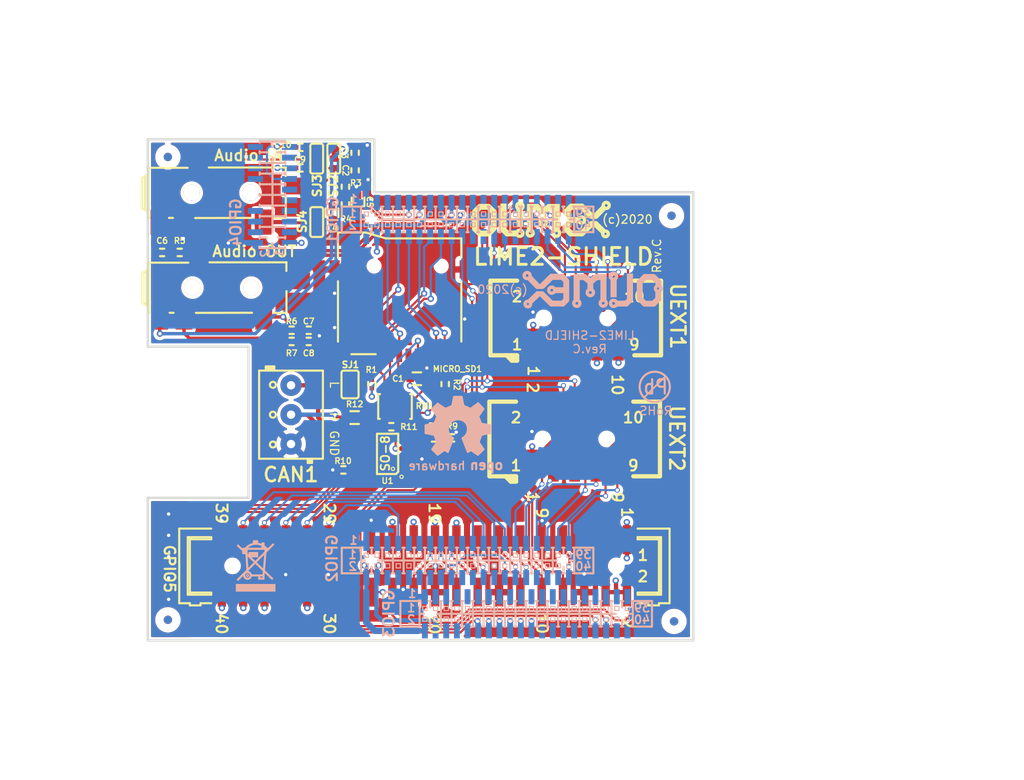
<source format=kicad_pcb>
(kicad_pcb (version 20171130) (host pcbnew 5.1.5+dfsg1-2build2)
  (title_block (rev D))
  (layers (0 F.Cu mixed) (1 In1.Cu mixed) (2 In2.Cu mixed) (31 B.Cu mixed) (34 B.Paste user) (35 F.Paste user) (36 B.SilkS user) (37 F.SilkS user) (38 B.Mask user) (39 F.Mask user) (44 Edge.Cuts user))
  (net 0 "")
  (net 1 GND)
  (net 2 "Net-(CAN1-Pad2)")
  (net 3 "Net-(CAN1-Pad1)")
  (net 4 /HPCOM)
  (net 5 "Net-(AUDIO_JACK_5PIN1-Pad4)")
  (net 6 /HPOUTR)
  (net 7 /HPOUTL)
  (net 8 "Net-(AUDIO_JACK_5PIN1-Pad1)")
  (net 9 "Net-(AUDIO_JACK_5PIN2-Pad4)")
  (net 10 "Net-(AUDIO_JACK_5PIN2-Pad2)")
  (net 11 "Net-(AUDIO_JACK_5PIN2-Pad1)")
  (net 12 /+3.3V)
  (net 13 /MICIN1)
  (net 14 "Net-(C4-Pad1)")
  (net 15 /VMIC)
  (net 16 "Net-(C6-Pad2)")
  (net 17 "Net-(C7-Pad2)")
  (net 18 "Net-(C8-Pad2)")
  (net 19 /PG7_UART3RX)
  (net 20 /VGA-G)
  (net 21 /PG6_UART3TX)
  (net 22 /PG5)
  (net 23 /PG4)
  (net 24 /PG3)
  (net 25 /PG2)
  (net 26 /PG1)
  (net 27 /LRADC1)
  (net 28 /PG0)
  (net 29 /LRADC0)
  (net 30 /+5V)
  (net 31 /VGA-B)
  (net 32 /PG8)
  (net 33 /VGA-R)
  (net 34 /PG9)
  (net 35 /UART0-RX)
  (net 36 /PG10_UART4TX)
  (net 37 /UART0-TX)
  (net 38 /PG11_UART4RX)
  (net 39 /PB21_TWI2-SDA)
  (net 40 /PC3_SATA_PWE)
  (net 41 /PB20_TWI2-SCL)
  (net 42 /PC18)
  (net 43 /PB19_TWI1-SDA)
  (net 44 /PC19_SPI2_CS0)
  (net 45 /PB18_TWI1-SCL)
  (net 46 /PC20_SPI2_CLK)
  (net 47 /PC24)
  (net 48 /PC21_SPI2_MOSI)
  (net 49 /SPI0_CS)
  (net 50 /PC22_SPI2_MISO)
  (net 51 /PI5)
  (net 52 /PE7)
  (net 53 /PI4)
  (net 54 /PE6)
  (net 55 /PI3_PWM1)
  (net 56 /PE5)
  (net 57 /PI2)
  (net 58 /PE4)
  (net 59 /PI1)
  (net 60 /PE3)
  (net 61 /PI0)
  (net 62 /PE2)
  (net 63 /TWI0-SDA)
  (net 64 /PE1)
  (net 65 /TWI0-SCK)
  (net 66 /PE0)
  (net 67 /LDO3_2.8V)
  (net 68 /PE8)
  (net 69 /PI6)
  (net 70 /PE9)
  (net 71 /PI7)
  (net 72 /PE10)
  (net 73 /PI8)
  (net 74 /PE11)
  (net 75 /PI9)
  (net 76 /PI21_UART7RX)
  (net 77 /PI10)
  (net 78 /PI20_UART7TX)
  (net 79 /PI11)
  (net 80 /PI19_SPI1_MISO)
  (net 81 /PI12)
  (net 82 /PI18_SPI1_MOSI)
  (net 83 /PI13)
  (net 84 /PI17_SPI1_CLK)
  (net 85 /PI14)
  (net 86 /PI16_SPI1_CS0)
  (net 87 /PI15)
  (net 88 /PH13)
  (net 89 /PB11)
  (net 90 /PH12)
  (net 91 /PB10)
  (net 92 /PH11)
  (net 93 /PB9)
  (net 94 /PH10)
  (net 95 /PB8_SATA_PWE1)
  (net 96 /PH9_CANS)
  (net 97 /PB7)
  (net 98 /PH7)
  (net 99 /PB6)
  (net 100 /PH0)
  (net 101 /PB5)
  (net 102 /RESET_N)
  (net 103 /PB4)
  (net 104 /PB3)
  (net 105 /PB12)
  (net 106 /PH14)
  (net 107 /PB13)
  (net 108 /PH15)
  (net 109 /PB14)
  (net 110 /PH16)
  (net 111 /PB15)
  (net 112 /PH17)
  (net 113 /PB16)
  (net 114 /PH18)
  (net 115 /PB17)
  (net 116 /PH19)
  (net 117 /PH24)
  (net 118 /PH20_CANTX)
  (net 119 /PH25)
  (net 120 /PH21_CANRX)
  (net 121 /PH26)
  (net 122 /PH22)
  (net 123 /PH27)
  (net 124 /PH23)
  (net 125 /FMINL)
  (net 126 /PC17_USB_DRV)
  (net 127 /FNINR)
  (net 128 /PC16_SDC2_RST)
  (net 129 /LINEINL)
  (net 130 /PC7_SDC2_CLK)
  (net 131 /LINEINR)
  (net 132 /PA14)
  (net 133 /TVIN3)
  (net 134 /TVIN2)
  (net 135 /TVIN1)
  (net 136 /MIC1OUTN)
  (net 137 /TVIN0)
  (net 138 /MIC1OUTP)
  (net 139 /TVOUT3)
  (net 140 /NMI_IN)
  (net 141 "Net-(MICRO_SD1-Pad5)")
  (net 142 "Net-(MICRO_SD1-Pad9)")
  (net 143 "Net-(R8-Pad1)")
  (net 144 "Net-(R11-Pad2)")
  (net 145 "Net-(R12-Pad1)")
  (net 146 "Net-(AUDIO_JACK_5PIN2-Pad3)")
  (net 147 "Net-(C2-Pad2)")
  (net 148 "Net-(SJ2-Pad3)")
  (net 149 "Net-(C9-Pad1)")
  (net 150 "Net-(C10-Pad1)")
  (net 151 "Net-(GPIO1-Pad2)")
  (module OLIMEX_Jumpers-FP:SJ_Closed (layer F.Cu) (at 125.7 71.1 270)
    (fp_text reference SJ1 (at -2.35 -0.05) (layer F.SilkS) (effects (font (size 0.762 0.762) (thickness 0.1905))))
    (fp_text value open)
    (fp_line (start 0.762 0) (end -0.762 0) (layer F.Cu) (width 0.508))
    (pad 1 smd rect (at -0.762 0 270) (size 1.1684 1.6002) (layers F.Cu F.Mask) (net 3 "Net-(CAN1-Pad1)") (clearance 0.0508))
    (pad 1 smd rect (at -0.762 0 270) (size 1.1684 1.6002) (layers F.Cu F.Mask) (net 3 "Net-(CAN1-Pad1)"))
    (pad 2 smd rect (at 0.762 0 270) (size 1.1684 1.6002) (layers F.Cu F.Mask) (net 145 "Net-(R12-Pad1)") (clearance 0.0508))
  )
  (module "OLIMEX_Connectors-FP:GPCB127SMT-02X10(YA-V36P-2X10-LF)" (layer B.Cu) (at 116.46 48.52 90)
    (fp_text reference GPIO4 (at -3.2706 -4.3698 90) (layer B.SilkS) (effects (font (size 1.27 1.27) (thickness 0.254)) (justify mirror)))
    (fp_text value BH20S)
    (fp_text user 2 (at -6.985 -0.889 90) (layer B.SilkS) (effects (font (thickness 0.2)) (justify mirror)))
    (fp_text user 1 (at -6.985 0.762 90) (layer B.SilkS) (effects (font (thickness 0.2)) (justify mirror)))
    (pad "" np_thru_hole circle (at -5.08 0) (size 0.7 0.7) (drill 0.7) (layers *.Cu *.Mask))
    (pad 20 smd rect (at 5.715 -2.032) (size 1.8 0.7) (layers B.Cu B.Paste B.Mask) (net 126 /PC17_USB_DRV))
    (pad 19 smd rect (at 5.715 2.032) (size 1.8 0.7) (layers B.Cu B.Paste B.Mask) (net 125 /FMINL))
    (pad 18 smd rect (at 4.445 -2.032) (size 1.8 0.7) (layers B.Cu B.Paste B.Mask) (net 128 /PC16_SDC2_RST))
    (pad 17 smd rect (at 4.445 2.032) (size 1.8 0.7) (layers B.Cu B.Paste B.Mask) (net 127 /FNINR))
    (pad 16 smd rect (at 3.175 -2.032) (size 1.8 0.7) (layers B.Cu B.Paste B.Mask) (net 130 /PC7_SDC2_CLK))
    (pad 15 smd rect (at 3.175 2.032) (size 1.8 0.7) (layers B.Cu B.Paste B.Mask) (net 129 /LINEINL))
    (pad 14 smd rect (at 1.905 -2.032) (size 1.8 0.7) (layers B.Cu B.Paste B.Mask) (net 132 /PA14))
    (pad 13 smd rect (at 1.905 2.032) (size 1.8 0.7) (layers B.Cu B.Paste B.Mask) (net 131 /LINEINR))
    (pad 11 smd rect (at 0.635 2.032 180) (size 1.8 0.7) (layers B.Cu B.Paste B.Mask) (net 133 /TVIN3))
    (pad 9 smd rect (at -0.635 2.032 180) (size 1.8 0.7) (layers B.Cu B.Paste B.Mask) (net 134 /TVIN2))
    (pad 8 smd rect (at -1.905 -2.032 180) (size 1.8 0.7) (layers B.Cu B.Paste B.Mask) (net 136 /MIC1OUTN))
    (pad 7 smd rect (at -1.905 2.032 180) (size 1.8 0.7) (layers B.Cu B.Paste B.Mask) (net 135 /TVIN1))
    (pad 6 smd rect (at -3.175 -2.032 180) (size 1.8 0.7) (layers B.Cu B.Paste B.Mask) (net 138 /MIC1OUTP))
    (pad 5 smd rect (at -3.175 2.032 180) (size 1.8 0.7) (layers B.Cu B.Paste B.Mask) (net 137 /TVIN0))
    (pad 4 smd rect (at -4.445 -2.032 180) (size 1.8 0.7) (layers B.Cu B.Paste B.Mask) (net 140 /NMI_IN))
    (pad 3 smd rect (at -4.445 2.032 180) (size 1.8 0.7) (layers B.Cu B.Paste B.Mask) (net 139 /TVOUT3))
    (pad 2 smd rect (at -5.715 -2.032 180) (size 1.8 0.7) (layers B.Cu B.Paste B.Mask) (net 1 GND))
    (pad 1 smd rect (at -5.715 2.032 180) (size 1.8 0.7) (layers B.Cu B.Paste B.Mask) (net 12 /+3.3V))
    (pad "" np_thru_hole circle (at 5.08 0) (size 0.7 0.7) (drill 0.7) (layers *.Cu *.Mask))
  )
  (module OLIMEX_Cases-FP:LIME2_PLATFORM_GPIO (layer F.Cu) (at 101.6 101.6)
    (fp_text reference REF** hide)
    (fp_text value LIME2_SHIELD)
    (fp_line (start 27 -53.4) (end 27 -59.7) (layer Edge.Cuts) (width 0.254))
    (fp_line (start 27 -59.7) (end 0 -59.7) (layer Edge.Cuts) (width 0.254))
    (fp_line (start 0 0) (end 65 0) (layer Edge.Cuts) (width 0.254))
    (fp_line (start 65 0) (end 65 -53.4) (layer Edge.Cuts) (width 0.254))
    (fp_line (start 65 -53.4) (end 27 -53.4) (layer Edge.Cuts) (width 0.254))
    (fp_line (start 0 -17) (end 0 0) (layer Edge.Cuts) (width 0.254))
    (fp_line (start 0 -17) (end 12 -17) (layer Edge.Cuts) (width 0.254))
    (fp_line (start 12 -17) (end 12 -35) (layer Edge.Cuts) (width 0.254))
    (fp_line (start 12 -35) (end 0 -35) (layer Edge.Cuts) (width 0.254))
    (fp_line (start 0 -35) (end 0 -59.7) (layer Edge.Cuts) (width 0.254))
  )
  (module OLIMEX_LOGOs-FP:OLIMEX_LOGO_TB (layer F.Cu) (at 148.59 51.435)
    (fp_text reference "" hide)
    (fp_text value "" hide)
  )
  (module OLIMEX_LOGOs-FP:LOGO_RECYCLEBIN_1 (layer B.Cu) (at 116.7892 95.758 180)
    (fp_text reference "" hide)
    (fp_text value "" hide)
  )
  (module OLIMEX_LOGOs-FP:LOGO_PBFREE (layer B.Cu) (at 162.2044 71.0692)
    (fp_text reference "")
    (fp_text value "")
    (fp_text user Pb (at -0.08636 0.33528) (layer B.SilkS) (effects (font (size 1.7 1.5) (thickness 0.254)) (justify mirror)))
  )
  (module OLIMEX_LOGOs-FP:LOGO_OPENHARDWARE_8x8 (layer B.Cu) (at 138.557 76.5302 180)
    (fp_text reference "" hide)
    (fp_text value "" hide)
    (fp_text user hardware (at 2.51206 -4.2672) (layer B.SilkS) (effects (font (thickness 0.18)) (justify mirror)))
    (fp_text user open (at -3.40106 -4.17576) (layer B.SilkS) (effects (font (size 1.1 1.1) (thickness 0.254)) (justify mirror)))
  )
  (module OLIMEX_LOGOs-FP:OLIMEX_LOGO_TB (layer B.Cu) (at 154.432 59.7916 180)
    (fp_text reference "" hide)
    (fp_text value "" hide)
  )
  (module OLIMEX_RLC-FP:C_0402_5MIL_DWS (layer F.Cu) (at 119.8 42.85 180)
    (fp_text reference C10 (at 2.1 0.3) (layer F.SilkS) (effects (font (size 0.7 0.7))))
    (fp_text value 100nF)
    (pad 2 smd rect (at 0.508 0 180) (size 0.5 0.55) (layers F.Cu F.Paste F.Mask) (net 131 /LINEINR))
    (pad 1 smd rect (at -0.508 0) (size 0.5 0.55) (layers F.Cu F.Paste F.Mask) (net 150 "Net-(C10-Pad1)"))
  )
  (module OLIMEX_RLC-FP:C_0402_5MIL_DWS (layer F.Cu) (at 119.8 45.3 180)
    (fp_text reference C9 (at 0.05 1) (layer F.SilkS) (effects (font (size 0.7 0.7))))
    (fp_text value 100nF)
    (pad 2 smd rect (at 0.508 0 180) (size 0.5 0.55) (layers F.Cu F.Paste F.Mask) (net 129 /LINEINL))
    (pad 1 smd rect (at -0.508 0) (size 0.5 0.55) (layers F.Cu F.Paste F.Mask) (net 149 "Net-(C9-Pad1)"))
  )
  (module OLIMEX_Other-FP:Fiducial1x3_transp (layer B.Cu) (at 104 99.14)
    (fp_text reference Ref* hide)
    (fp_text value Val** hide)
    (pad Fid1 connect circle (at 0 0) (size 1 1) (layers B.Cu B.Mask) (clearance 1.016))
  )
  (module OLIMEX_Other-FP:Fiducial1x3_transp (layer B.Cu) (at 164.3 99.33)
    (fp_text reference Ref* hide)
    (fp_text value Val** hide)
    (pad Fid1 connect circle (at 0 0) (size 1 1) (layers B.Cu B.Mask) (clearance 1.016))
  )
  (module OLIMEX_Other-FP:Fiducial1x3_transp (layer B.Cu) (at 164 51)
    (fp_text reference Ref* hide)
    (fp_text value Val** hide)
    (pad Fid1 connect circle (at 0 0) (size 1 1) (layers B.Cu B.Mask) (clearance 1.016))
  )
  (module OLIMEX_Other-FP:Fiducial1x3_transp (layer B.Cu) (at 104 44)
    (fp_text reference Ref* hide)
    (fp_text value Val** hide)
    (pad Fid1 connect circle (at 0 0) (size 1 1) (layers B.Cu B.Mask) (clearance 1.016))
  )
  (module OLIMEX_Other-FP:Fiducial1x3_transp (layer F.Cu) (at 104 44)
    (fp_text reference Ref* hide)
    (fp_text value Val** hide)
    (pad Fid1 connect circle (at 0 0) (size 1 1) (layers F.Cu F.Mask) (clearance 1.016))
  )
  (module OLIMEX_Other-FP:Fiducial1x3_transp (layer F.Cu) (at 164 51)
    (fp_text reference Ref* hide)
    (fp_text value Val** hide)
    (pad Fid1 connect circle (at 0 0) (size 1 1) (layers F.Cu F.Mask) (clearance 1.016))
  )
  (module OLIMEX_Other-FP:Fiducial1x3_transp (layer F.Cu) (at 164.3 99.33)
    (fp_text reference Ref* hide)
    (fp_text value Val** hide)
    (pad Fid1 connect circle (at 0 0) (size 1 1) (layers F.Cu F.Mask) (clearance 1.016))
  )
  (module OLIMEX_Other-FP:Fiducial1x3_transp (layer F.Cu) (at 104 99.14)
    (fp_text reference Ref* hide)
    (fp_text value Val** hide)
    (pad Fid1 connect circle (at 0 0) (size 1 1) (layers F.Cu F.Mask) (clearance 1.016))
  )
  (module OLIMEX_Jumpers-FP:SJ_2_SMALL_12_TIED (layer F.Cu) (at 121.7295 51.7525 270)
    (fp_text reference SJ4 (at -0.0525 1.7295 270) (layer F.SilkS) (effects (font (thickness 0.25))))
    (fp_text value "SJ2W_Closed(1-2)")
    (fp_line (start -0.7 0) (end -0.4 0) (layer F.Cu) (width 0.508))
    (pad 1 smd rect (at -1.143 0 270) (size 0.762 1.016) (layers F.Cu F.Mask) (net 149 "Net-(C9-Pad1)") (clearance 0.0508))
    (pad 2 smd rect (at 0 0 270) (size 0.762 1.016) (layers F.Cu F.Mask) (net 10 "Net-(AUDIO_JACK_5PIN2-Pad2)") (clearance 0.0508))
    (pad 3 smd rect (at 1.143 0 270) (size 0.762 1.016) (layers F.Cu F.Mask) (net 148 "Net-(SJ2-Pad3)") (clearance 0.0508))
  )
  (module OLIMEX_Jumpers-FP:SJ_2_SMALL_12_TIED (layer F.Cu) (at 121.7295 44.196 270)
    (fp_text reference SJ3 (at 3.2258 -0.0635 270) (layer F.SilkS) (effects (font (thickness 0.25))))
    (fp_text value "SJ2W_Closed(1-2)")
    (fp_line (start -0.7 0) (end -0.4 0) (layer F.Cu) (width 0.508))
    (pad 1 smd rect (at -1.143 0 270) (size 0.762 1.016) (layers F.Cu F.Mask) (net 150 "Net-(C10-Pad1)") (clearance 0.0508))
    (pad 2 smd rect (at 0 0 270) (size 0.762 1.016) (layers F.Cu F.Mask) (net 146 "Net-(AUDIO_JACK_5PIN2-Pad3)") (clearance 0.0508))
    (pad 3 smd rect (at 1.143 0 270) (size 0.762 1.016) (layers F.Cu F.Mask) (net 148 "Net-(SJ2-Pad3)") (clearance 0.0508))
  )
  (module OLIMEX_Jumpers-FP:SJ_2_SMALL_12_TIED (layer F.Cu) (at 123.7615 44.196 270)
    (fp_text reference SJ2 (at 3.2512 0.0381 270) (layer F.SilkS) (effects (font (thickness 0.25))))
    (fp_text value "SJ2W_Closed(1-2)")
    (fp_line (start -0.7 0) (end -0.4 0) (layer F.Cu) (width 0.508))
    (pad 1 smd rect (at -1.143 0 270) (size 0.762 1.016) (layers F.Cu F.Mask) (net 8 "Net-(AUDIO_JACK_5PIN1-Pad1)") (clearance 0.0508))
    (pad 2 smd rect (at 0 0 270) (size 0.762 1.016) (layers F.Cu F.Mask) (net 147 "Net-(C2-Pad2)") (clearance 0.0508))
    (pad 3 smd rect (at 1.143 0 270) (size 0.762 1.016) (layers F.Cu F.Mask) (net 148 "Net-(SJ2-Pad3)") (clearance 0.0508))
  )
  (module "OLIMEX_Connectors-FP:GPH127SMT-02X20(PA-V16X-2X20-LF)_Drill_0.9mm" (layer B.Cu) (at 139.7 51.435)
    (fp_text reference GPIO1 (at -16.0528 0.0762 90) (layer B.SilkS) (effects (font (size 1.27 1.27) (thickness 0.254)) (justify mirror)))
    (fp_text value BH40S)
    (fp_text user 40 (at 13.8 0.7) (layer B.SilkS) (effects (font (thickness 0.2)) (justify mirror)))
    (fp_text user 39 (at 13.8 -0.7) (layer B.SilkS) (effects (font (thickness 0.2)) (justify mirror)))
    (fp_text user 1 (at -13.7 -0.7) (layer B.SilkS) (effects (font (thickness 0.2)) (justify mirror)))
    (fp_text user 2 (at -13.7 0.7) (layer B.SilkS) (effects (font (thickness 0.2)) (justify mirror)))
    (fp_text user 1 (at -13.589 -2.413) (layer B.SilkS) (effects (font (thickness 0.2)) (justify mirror)))
    (pad "" np_thru_hole circle (at -11.43 0 270) (size 0.9 0.9) (drill 0.9) (layers *.Cu *.Mask))
    (pad 20 smd rect (at -0.635 2.032 270) (size 1.8 0.7) (layers B.Cu B.Paste B.Mask) (net 19 /PG7_UART3RX))
    (pad 19 smd rect (at -0.635 -2.032 270) (size 1.8 0.7) (layers B.Cu B.Paste B.Mask) (net 20 /VGA-G))
    (pad 18 smd rect (at -1.905 2.032 270) (size 1.8 0.7) (layers B.Cu B.Paste B.Mask) (net 21 /PG6_UART3TX))
    (pad 17 smd rect (at -1.905 -2.032 270) (size 1.8 0.7) (layers B.Cu B.Paste B.Mask) (net 6 /HPOUTR))
    (pad 16 smd rect (at -3.175 2.032 270) (size 1.8 0.7) (layers B.Cu B.Paste B.Mask) (net 22 /PG5))
    (pad 15 smd rect (at -3.175 -2.032 270) (size 1.8 0.7) (layers B.Cu B.Paste B.Mask) (net 4 /HPCOM))
    (pad 14 smd rect (at -4.445 2.032 270) (size 1.8 0.7) (layers B.Cu B.Paste B.Mask) (net 23 /PG4))
    (pad 13 smd rect (at -4.445 -2.032 270) (size 1.8 0.7) (layers B.Cu B.Paste B.Mask) (net 7 /HPOUTL))
    (pad 12 smd rect (at -5.715 2.032 90) (size 1.8 0.7) (layers B.Cu B.Paste B.Mask) (net 24 /PG3))
    (pad 11 smd rect (at -5.715 -2.032 90) (size 1.8 0.7) (layers B.Cu B.Paste B.Mask) (net 15 /VMIC))
    (pad 10 smd rect (at -6.985 2.032 90) (size 1.8 0.7) (layers B.Cu B.Paste B.Mask) (net 25 /PG2))
    (pad 9 smd rect (at -6.985 -2.032 90) (size 1.8 0.7) (layers B.Cu B.Paste B.Mask) (net 13 /MICIN1))
    (pad 8 smd rect (at -8.255 2.032 90) (size 1.8 0.7) (layers B.Cu B.Paste B.Mask) (net 26 /PG1))
    (pad 7 smd rect (at -8.255 -2.032 90) (size 1.8 0.7) (layers B.Cu B.Paste B.Mask) (net 27 /LRADC1))
    (pad 6 smd rect (at -9.525 2.032 90) (size 1.8 0.7) (layers B.Cu B.Paste B.Mask) (net 28 /PG0))
    (pad 5 smd rect (at -9.525 -2.032 90) (size 1.8 0.7) (layers B.Cu B.Paste B.Mask) (net 29 /LRADC0))
    (pad 4 smd rect (at -10.795 2.032 90) (size 1.8 0.7) (layers B.Cu B.Paste B.Mask) (net 12 /+3.3V))
    (pad 3 smd rect (at -10.795 -2.032 90) (size 1.8 0.7) (layers B.Cu B.Paste B.Mask) (net 1 GND))
    (pad 2 smd rect (at -12.065 2.032 90) (size 1.8 0.7) (layers B.Cu B.Paste B.Mask) (net 151 "Net-(GPIO1-Pad2)"))
    (pad 1 smd rect (at -12.065 -2.032 90) (size 1.8 0.7) (layers B.Cu B.Paste B.Mask) (net 1 GND))
    (pad 21 smd rect (at 0.635 -2.032 90) (size 1.8 0.7) (layers B.Cu B.Paste B.Mask) (net 31 /VGA-B))
    (pad 22 smd rect (at 0.635 2.032 90) (size 1.8 0.7) (layers B.Cu B.Paste B.Mask) (net 32 /PG8))
    (pad 23 smd rect (at 1.905 -2.032 90) (size 1.8 0.7) (layers B.Cu B.Paste B.Mask) (net 33 /VGA-R))
    (pad 24 smd rect (at 1.905 2.032 90) (size 1.8 0.7) (layers B.Cu B.Paste B.Mask) (net 34 /PG9))
    (pad 25 smd rect (at 3.175 -2.032 90) (size 1.8 0.7) (layers B.Cu B.Paste B.Mask) (net 35 /UART0-RX))
    (pad 26 smd rect (at 3.175 2.032 90) (size 1.8 0.7) (layers B.Cu B.Paste B.Mask) (net 36 /PG10_UART4TX))
    (pad 27 smd rect (at 4.445 -2.032 90) (size 1.8 0.7) (layers B.Cu B.Paste B.Mask) (net 37 /UART0-TX))
    (pad 28 smd rect (at 4.445 2.032 90) (size 1.8 0.7) (layers B.Cu B.Paste B.Mask) (net 38 /PG11_UART4RX))
    (pad 29 smd rect (at 5.715 -2.032 90) (size 1.8 0.7) (layers B.Cu B.Paste B.Mask) (net 39 /PB21_TWI2-SDA))
    (pad 30 smd rect (at 5.715 2.032 90) (size 1.8 0.7) (layers B.Cu B.Paste B.Mask) (net 40 /PC3_SATA_PWE))
    (pad 31 smd rect (at 6.985 -2.032 90) (size 1.8 0.7) (layers B.Cu B.Paste B.Mask) (net 41 /PB20_TWI2-SCL))
    (pad 32 smd rect (at 6.985 2.032 90) (size 1.8 0.7) (layers B.Cu B.Paste B.Mask) (net 42 /PC18))
    (pad 33 smd rect (at 8.255 -2.032 270) (size 1.8 0.7) (layers B.Cu B.Paste B.Mask) (net 43 /PB19_TWI1-SDA))
    (pad 34 smd rect (at 8.255 2.032 270) (size 1.8 0.7) (layers B.Cu B.Paste B.Mask) (net 44 /PC19_SPI2_CS0))
    (pad 35 smd rect (at 9.525 -2.032 270) (size 1.8 0.7) (layers B.Cu B.Paste B.Mask) (net 45 /PB18_TWI1-SCL))
    (pad 36 smd rect (at 9.525 2.032 270) (size 1.8 0.7) (layers B.Cu B.Paste B.Mask) (net 46 /PC20_SPI2_CLK))
    (pad 37 smd rect (at 10.795 -2.032 270) (size 1.8 0.7) (layers B.Cu B.Paste B.Mask) (net 47 /PC24))
    (pad 38 smd rect (at 10.795 2.032 270) (size 1.8 0.7) (layers B.Cu B.Paste B.Mask) (net 48 /PC21_SPI2_MOSI))
    (pad 39 smd rect (at 12.065 -2.032 270) (size 1.8 0.7) (layers B.Cu B.Paste B.Mask) (net 49 /SPI0_CS))
    (pad 40 smd rect (at 12.065 2.032 270) (size 1.8 0.7) (layers B.Cu B.Paste B.Mask) (net 50 /PC22_SPI2_MISO))
    (pad "" np_thru_hole circle (at 11.43 0 270) (size 0.9 0.9) (drill 0.9) (layers *.Cu *.Mask))
  )
  (module OLIMEX_Connectors-FP:GBH-254-SMT-10_Smaller (layer F.Cu) (at 152.4635 77.597 180)
    (fp_text reference UEXT2 (at -12.1539 0.0762 270 unlocked) (layer F.SilkS) (effects (font (size 1.7 1.7) (thickness 0.3))))
    (fp_text value BH10S)
    (fp_text user 1 (at 6.985 -3.175) (layer F.SilkS) (effects (font (size 1.27 1.27) (thickness 0.254))))
    (fp_text user 2 (at 6.985 2.54) (layer F.SilkS) (effects (font (size 1.27 1.27) (thickness 0.254))))
    (fp_text user 9 (at -6.985 -3.175) (layer F.SilkS) (effects (font (size 1.27 1.27) (thickness 0.254))))
    (fp_text user 10 (at -6.985 2.54) (layer F.SilkS) (effects (font (size 1.27 1.27) (thickness 0.254))))
    (pad 1 smd rect (at 5.08 -3.175 180) (size 1.27 3.81) (layers F.Cu F.Mask) (net 12 /+3.3V) (clearance 0.0508))
    (pad 2 smd rect (at 5.08 3.175 180) (size 1.27 3.81) (layers F.Cu F.Mask) (net 1 GND) (clearance 0.0508))
    (pad 3 smd rect (at 2.54 -3.175 180) (size 1.27 3.81) (layers F.Cu F.Mask) (net 78 /PI20_UART7TX) (clearance 0.0508))
    (pad 4 smd rect (at 2.54 3.175 180) (size 1.27 3.81) (layers F.Cu F.Mask) (net 76 /PI21_UART7RX) (clearance 0.0508))
    (pad 5 smd rect (at 0 -3.175 180) (size 1.27 3.81) (layers F.Cu F.Mask) (net 45 /PB18_TWI1-SCL) (clearance 0.0508))
    (pad 6 smd rect (at 0 3.175 180) (size 1.27 3.81) (layers F.Cu F.Mask) (net 43 /PB19_TWI1-SDA) (clearance 0.0508))
    (pad 7 smd rect (at -2.54 -3.175 180) (size 1.27 3.81) (layers F.Cu F.Mask) (net 80 /PI19_SPI1_MISO) (clearance 0.0508))
    (pad 8 smd rect (at -2.54 3.175 180) (size 1.27 3.81) (layers F.Cu F.Mask) (net 82 /PI18_SPI1_MOSI) (clearance 0.0508))
    (pad 9 smd rect (at -5.08 -3.175 180) (size 1.27 3.81) (layers F.Cu F.Mask) (net 84 /PI17_SPI1_CLK) (clearance 0.0508))
    (pad 10 smd rect (at -5.08 3.175 180) (size 1.27 3.81) (layers F.Cu F.Mask) (net 86 /PI16_SPI1_CS0) (clearance 0.0508))
    (pad "" np_thru_hole circle (at -3.81 0 180) (size 1.2 1.2) (drill 1.2) (layers *.Cu *.Mask))
    (pad "" np_thru_hole circle (at 3.81 0 180) (size 1.2 1.2) (drill 1.2) (layers *.Cu *.Mask))
  )
  (module OLIMEX_Connectors-FP:GBH-254-SMT-10_Smaller (layer F.Cu) (at 152.5905 63.1825 180)
    (fp_text reference UEXT1 (at -12.1539 0.2159 270 unlocked) (layer F.SilkS) (effects (font (size 1.7 1.7) (thickness 0.3))))
    (fp_text value BH10S)
    (fp_text user 1 (at 6.985 -3.175) (layer F.SilkS) (effects (font (size 1.27 1.27) (thickness 0.254))))
    (fp_text user 2 (at 6.985 2.54) (layer F.SilkS) (effects (font (size 1.27 1.27) (thickness 0.254))))
    (fp_text user 9 (at -6.985 -3.175) (layer F.SilkS) (effects (font (size 1.27 1.27) (thickness 0.254))))
    (fp_text user 10 (at -6.985 2.54) (layer F.SilkS) (effects (font (size 1.27 1.27) (thickness 0.254))))
    (pad 1 smd rect (at 5.08 -3.175 180) (size 1.27 3.81) (layers F.Cu F.Mask) (net 12 /+3.3V) (clearance 0.0508))
    (pad 2 smd rect (at 5.08 3.175 180) (size 1.27 3.81) (layers F.Cu F.Mask) (net 1 GND) (clearance 0.0508))
    (pad 3 smd rect (at 2.54 -3.175 180) (size 1.27 3.81) (layers F.Cu F.Mask) (net 36 /PG10_UART4TX) (clearance 0.0508))
    (pad 4 smd rect (at 2.54 3.175 180) (size 1.27 3.81) (layers F.Cu F.Mask) (net 38 /PG11_UART4RX) (clearance 0.0508))
    (pad 5 smd rect (at 0 -3.175 180) (size 1.27 3.81) (layers F.Cu F.Mask) (net 41 /PB20_TWI2-SCL) (clearance 0.0508))
    (pad 6 smd rect (at 0 3.175 180) (size 1.27 3.81) (layers F.Cu F.Mask) (net 39 /PB21_TWI2-SDA) (clearance 0.0508))
    (pad 7 smd rect (at -2.54 -3.175 180) (size 1.27 3.81) (layers F.Cu F.Mask) (net 50 /PC22_SPI2_MISO) (clearance 0.0508))
    (pad 8 smd rect (at -2.54 3.175 180) (size 1.27 3.81) (layers F.Cu F.Mask) (net 48 /PC21_SPI2_MOSI) (clearance 0.0508))
    (pad 9 smd rect (at -5.08 -3.175 180) (size 1.27 3.81) (layers F.Cu F.Mask) (net 46 /PC20_SPI2_CLK) (clearance 0.0508))
    (pad 10 smd rect (at -5.08 3.175 180) (size 1.27 3.81) (layers F.Cu F.Mask) (net 44 /PC19_SPI2_CS0) (clearance 0.0508))
    (pad "" np_thru_hole circle (at -3.81 0 180) (size 1.2 1.2) (drill 1.2) (layers *.Cu *.Mask))
    (pad "" np_thru_hole circle (at 3.81 0 180) (size 1.2 1.2) (drill 1.2) (layers *.Cu *.Mask))
  )
  (module OLIMEX_IC-FP:SO-8 (layer F.Cu) (at 130.175 79.375 90)
    (fp_text reference U1 (at -3.2004 -0.00762) (layer F.SilkS) (effects (font (size 0.7 0.7))))
    (fp_text value SIT1050T)
    (fp_text user SO-8 (at 0.05588 -0.27178 90) (layer F.SilkS) (effects (font (size 1.016 1.016) (thickness 0.2032))))
    (pad 8 smd rect (at -1.905 -2.6 90) (size 0.6 2.2) (layers F.Cu F.Paste F.Mask) (net 96 /PH9_CANS) (clearance 0.0508))
    (pad 7 smd rect (at -0.635 -2.6 90) (size 0.6 2.2) (layers F.Cu F.Paste F.Mask) (net 2 "Net-(CAN1-Pad2)") (clearance 0.0508))
    (pad 6 smd rect (at 0.635 -2.6 90) (size 0.6 2.2) (layers F.Cu F.Paste F.Mask) (net 3 "Net-(CAN1-Pad1)") (clearance 0.0508))
    (pad 5 smd rect (at 1.905 -2.6 90) (size 0.6 2.2) (layers F.Cu F.Paste F.Mask) (net 144 "Net-(R11-Pad2)") (clearance 0.0508))
    (pad 4 smd rect (at 1.905 2.6 90) (size 0.6 2.2) (layers F.Cu F.Paste F.Mask) (net 143 "Net-(R8-Pad1)") (clearance 0.0508))
    (pad 3 smd rect (at 0.635 2.6 90) (size 0.6 2.2) (layers F.Cu F.Paste F.Mask) (net 30 /+5V) (clearance 0.0508))
    (pad 2 smd rect (at -0.635 2.6 90) (size 0.6 2.2) (layers F.Cu F.Paste F.Mask) (net 1 GND) (clearance 0.0508))
    (pad 1 smd rect (at -1.905 2.6 90) (size 0.6 2.2) (layers F.Cu F.Paste F.Mask) (net 118 /PH20_CANTX) (clearance 0.0508))
  )
  (module OLIMEX_RLC-FP:R_MATRIX_4_KICAD (layer F.Cu) (at 131.064 73.7235 180)
    (fp_text reference RM1 (at -3.556 0.0635) (layer F.SilkS) (effects (font (size 0.7 0.7))))
    (fp_text value "RA1206_(4x0603)_100K")
    (pad 3 smd rect (at 0.381 0.762 180) (size 0.508 1.016) (layers F.Cu F.Paste F.Mask) (net 22 /PG5) (clearance 0.0508))
    (pad 2 smd rect (at -0.381 0.762 180) (size 0.508 1.016) (layers F.Cu F.Paste F.Mask) (net 28 /PG0) (clearance 0.0508))
    (pad 6 smd rect (at 0.381 -0.762 180) (size 0.508 1.016) (layers F.Cu F.Paste F.Mask) (net 12 /+3.3V) (clearance 0.0508))
    (pad 7 smd rect (at -0.381 -0.762 180) (size 0.508 1.016) (layers F.Cu F.Paste F.Mask) (net 12 /+3.3V) (clearance 0.0508))
    (pad 4 smd rect (at 1.27 0.762 180) (size 0.762 1.016) (layers F.Cu F.Paste F.Mask) (net 23 /PG4) (clearance 0.0508))
    (pad 5 smd rect (at 1.27 -0.762 180) (size 0.762 1.016) (layers F.Cu F.Paste F.Mask) (net 12 /+3.3V) (clearance 0.0508))
    (pad 1 smd rect (at -1.27 0.762 180) (size 0.762 1.016) (layers F.Cu F.Paste F.Mask) (net 25 /PG2) (clearance 0.0508))
    (pad 8 smd rect (at -1.27 -0.762 180) (size 0.762 1.016) (layers F.Cu F.Paste F.Mask) (net 12 /+3.3V) (clearance 0.0508))
  )
  (module OLIMEX_RLC-FP:R_0603_5MIL_DWS (layer F.Cu) (at 126.25 75.05 180)
    (fp_text reference R12 (at 0 1.6002 180) (layer F.SilkS) (effects (font (size 0.7 0.7))))
    (fp_text value 120R)
    (pad 2 smd rect (at 0.889 0 180) (size 1.016 1.016) (layers F.Cu F.Paste F.Mask) (net 2 "Net-(CAN1-Pad2)"))
    (pad 1 smd rect (at -0.889 0 180) (size 1.016 1.016) (layers F.Cu F.Paste F.Mask) (net 145 "Net-(R12-Pad1)"))
  )
  (module OLIMEX_RLC-FP:R_0402_5MIL_DWS (layer F.Cu) (at 130.6195 76.1365 180)
    (fp_text reference R11 (at -2.0955 -0.0127) (layer F.SilkS) (effects (font (size 0.7 0.7))))
    (fp_text value n.a.)
    (pad 2 smd rect (at 0.508 0 180) (size 0.5 0.55) (layers F.Cu F.Paste F.Mask) (net 144 "Net-(R11-Pad2)"))
    (pad 1 smd rect (at -0.508 0) (size 0.5 0.55) (layers F.Cu F.Paste F.Mask) (net 30 /+5V))
  )
  (module OLIMEX_RLC-FP:R_0402_5MIL_DWS (layer F.Cu) (at 124.9045 81.28 180)
    (fp_text reference R10 (at 0.0381 1.0668) (layer F.SilkS) (effects (font (size 0.7 0.7))))
    (fp_text value 10K)
    (pad 2 smd rect (at 0.508 0 180) (size 0.5 0.55) (layers F.Cu F.Paste F.Mask) (net 1 GND))
    (pad 1 smd rect (at -0.508 0) (size 0.5 0.55) (layers F.Cu F.Paste F.Mask) (net 96 /PH9_CANS))
  )
  (module OLIMEX_RLC-FP:R_0402_5MIL_DWS (layer F.Cu) (at 137.8585 77.47)
    (fp_text reference R9 (at 0 -1.397) (layer F.SilkS) (effects (font (size 0.7 0.7))))
    (fp_text value 22K)
    (pad 2 smd rect (at 0.508 0) (size 0.5 0.55) (layers F.Cu F.Paste F.Mask) (net 1 GND))
    (pad 1 smd rect (at -0.508 0 180) (size 0.5 0.55) (layers F.Cu F.Paste F.Mask) (net 120 /PH21_CANRX))
  )
  (module OLIMEX_RLC-FP:R_0402_5MIL_DWS (layer F.Cu) (at 135.6995 77.47)
    (fp_text reference R8 (at 0 -1.397) (layer F.SilkS) (effects (font (size 0.7 0.7))))
    (fp_text value 10K)
    (pad 2 smd rect (at 0.508 0) (size 0.5 0.55) (layers F.Cu F.Paste F.Mask) (net 120 /PH21_CANRX))
    (pad 1 smd rect (at -0.508 0 180) (size 0.5 0.55) (layers F.Cu F.Paste F.Mask) (net 143 "Net-(R8-Pad1)"))
  )
  (module OLIMEX_RLC-FP:R_0402_5MIL_DWS (layer F.Cu) (at 118.745 65.9765 180)
    (fp_text reference R7 (at 0 -1.397) (layer F.SilkS) (effects (font (size 0.7 0.7))))
    (fp_text value 22R)
    (pad 2 smd rect (at 0.508 0 180) (size 0.5 0.55) (layers F.Cu F.Paste F.Mask) (net 4 /HPCOM))
    (pad 1 smd rect (at -0.508 0) (size 0.5 0.55) (layers F.Cu F.Paste F.Mask) (net 18 "Net-(C8-Pad2)"))
  )
  (module OLIMEX_RLC-FP:R_0402_5MIL_DWS (layer F.Cu) (at 118.745 64.643 180)
    (fp_text reference R6 (at 0 1.0668) (layer F.SilkS) (effects (font (size 0.7 0.7))))
    (fp_text value 22R)
    (pad 2 smd rect (at 0.508 0 180) (size 0.5 0.55) (layers F.Cu F.Paste F.Mask) (net 7 /HPOUTL))
    (pad 1 smd rect (at -0.508 0) (size 0.5 0.55) (layers F.Cu F.Paste F.Mask) (net 17 "Net-(C7-Pad2)"))
  )
  (module OLIMEX_RLC-FP:R_0402_5MIL_DWS (layer F.Cu) (at 105.41 55.372)
    (fp_text reference R5 (at 0 -1.397) (layer F.SilkS) (effects (font (size 0.7 0.7))))
    (fp_text value 22R)
    (pad 2 smd rect (at 0.508 0) (size 0.5 0.55) (layers F.Cu F.Paste F.Mask) (net 6 /HPOUTR))
    (pad 1 smd rect (at -0.508 0 180) (size 0.5 0.55) (layers F.Cu F.Paste F.Mask) (net 16 "Net-(C6-Pad2)"))
  )
  (module OLIMEX_RLC-FP:R_0402_5MIL_DWS (layer F.Cu) (at 125.15 49.6455 90)
    (fp_text reference R4 (at -1.7545 0.05 180) (layer F.SilkS) (effects (font (size 0.7 0.7))))
    (fp_text value 22R)
    (pad 2 smd rect (at 0.508 0 90) (size 0.5 0.55) (layers F.Cu F.Paste F.Mask) (net 14 "Net-(C4-Pad1)"))
    (pad 1 smd rect (at -0.508 0 270) (size 0.5 0.55) (layers F.Cu F.Paste F.Mask) (net 15 /VMIC))
  )
  (module OLIMEX_RLC-FP:R_0402_5MIL_DWS (layer F.Cu) (at 125.15 47.55 90)
    (fp_text reference R3 (at 0.45 1.25 180) (layer F.SilkS) (effects (font (size 0.7 0.7))))
    (fp_text value 22R)
    (pad 2 smd rect (at 0.508 0 90) (size 0.5 0.55) (layers F.Cu F.Paste F.Mask) (net 147 "Net-(C2-Pad2)"))
    (pad 1 smd rect (at -0.508 0 270) (size 0.5 0.55) (layers F.Cu F.Paste F.Mask) (net 14 "Net-(C4-Pad1)"))
  )
  (module OLIMEX_RLC-FP:R_0402_5MIL_DWS (layer F.Cu) (at 137.033 71.0565 90)
    (fp_text reference R2 (at -0.0635 1.397 270 unlocked) (layer F.SilkS) (effects (font (size 0.7 0.7))))
    (fp_text value 100K)
    (pad 2 smd rect (at 0.508 0 90) (size 0.5 0.55) (layers F.Cu F.Paste F.Mask) (net 24 /PG3))
    (pad 1 smd rect (at -0.508 0 270) (size 0.5 0.55) (layers F.Cu F.Paste F.Mask) (net 12 /+3.3V))
  )
  (module OLIMEX_RLC-FP:R_0402_5MIL_DWS (layer F.Cu) (at 128.3 71.05 90)
    (fp_text reference R1 (at 1.7 -0.05 180) (layer F.SilkS) (effects (font (size 0.7 0.7))))
    (fp_text value 22R)
    (pad 2 smd rect (at 0.508 0 90) (size 0.5 0.55) (layers F.Cu F.Paste F.Mask) (net 26 /PG1))
    (pad 1 smd rect (at -0.508 0 270) (size 0.5 0.55) (layers F.Cu F.Paste F.Mask) (net 141 "Net-(MICRO_SD1-Pad5)"))
  )
  (module OLIMEX_Connectors-FP:TFC-WPAPR-08 (layer F.Cu) (at 131.61 60.63 90)
    (fp_text reference MICRO_SD1 (at -8.62 6.89) (layer F.SilkS) (effects (font (size 0.7 0.7))))
    (fp_text value "MICRO_SD(TFC-WPAPR-08)")
    (pad 1 smd rect (at -7 -2.25) (size 0.7 1.6) (layers F.Cu) (net 23 /PG4) (clearance 0.0508))
    (pad 2 smd rect (at -7 -1.15) (size 0.7 1.6) (layers F.Cu) (net 22 /PG5) (clearance 0.0508))
    (pad 3 smd rect (at -7 -0.05) (size 0.7 1.6) (layers F.Cu) (net 28 /PG0) (clearance 0.0508))
    (pad 4 smd rect (at -7 1.05) (size 0.7 1.6) (layers F.Cu) (net 12 /+3.3V) (clearance 0.0508))
    (pad 5 smd rect (at -7 2.15) (size 0.7 1.6) (layers F.Cu) (net 141 "Net-(MICRO_SD1-Pad5)") (clearance 0.0508))
    (pad 6 smd rect (at -7 3.25) (size 0.7 1.6) (layers F.Cu) (net 1 GND) (clearance 0.0508))
    (pad 7 smd rect (at -7 4.35) (size 0.7 1.6) (layers F.Cu) (net 25 /PG2) (clearance 0.0508))
    (pad 8 smd rect (at -7 5.45) (size 0.7 1.6) (layers F.Cu) (net 24 /PG3) (clearance 0.0508))
    (pad 9 smd rect (at -7 6.55) (size 0.7 1.6) (layers F.Cu) (net 142 "Net-(MICRO_SD1-Pad9)") (clearance 0.0508))
    (pad 10 smd rect (at -6.37 7.75) (size 1.2 1.4) (layers F.Cu F.Mask) (net 1 GND) (clearance 0.0508))
    (pad 11 smd rect (at -6.37 -6.85) (size 1.6 1.4) (layers F.Cu F.Mask) (net 1 GND) (clearance 0.0508))
    (pad 12 smd rect (at 3.23 7.75) (size 1.2 2.2) (layers F.Cu F.Mask) (net 1 GND) (clearance 0.0508))
    (pad 13 smd rect (at 3.23 -7.75) (size 1.2 2.2) (layers F.Cu F.Mask) (net 1 GND) (clearance 0.0508))
    (pad "" np_thru_hole circle (at 3.6322 -3.048 90) (size 1 1) (drill 1) (layers *.Cu *.Mask F.SilkS))
    (pad "" np_thru_hole circle (at 3.6322 4.953 90) (size 1 1) (drill 1) (layers *.Cu *.Mask F.SilkS))
  )
  (module OLIMEX_Connectors-FP:GBH-254-SMT-40_Shorten_Pads (layer F.Cu) (at 134.56 92.72 180)
    (fp_text reference GPIO5 (at 30.3692 -0.3456 270 unlocked) (layer F.SilkS) (effects (font (size 1.27 1.27) (thickness 0.254))))
    (fp_text value BH40S)
    (fp_text user 2 (at -26.035 -1.27) (layer F.SilkS) (effects (font (size 1.27 1.27) (thickness 0.254))))
    (fp_text user 1 (at -26.035 1.27) (layer F.SilkS) (effects (font (size 1.27 1.27) (thickness 0.254))))
    (pad 1 smd rect (at -24.13 3.125 270) (size 3.45 1) (layers F.Cu F.Mask) (net 12 /+3.3V))
    (pad 2 smd rect (at -24.13 -3.125 270) (size 3.45 1) (layers F.Cu F.Mask) (net 30 /+5V))
    (pad 3 smd rect (at -21.59 3.125 270) (size 3.45 1) (layers F.Cu F.Mask) (net 39 /PB21_TWI2-SDA))
    (pad 4 smd rect (at -21.59 -3.125 270) (size 3.45 1) (layers F.Cu F.Mask) (net 30 /+5V))
    (pad 5 smd rect (at -19.05 3.125 270) (size 3.45 1) (layers F.Cu F.Mask) (net 41 /PB20_TWI2-SCL))
    (pad 6 smd rect (at -19.05 -3.125 270) (size 3.45 1) (layers F.Cu F.Mask) (net 1 GND))
    (pad 7 smd rect (at -16.51 3.125 270) (size 3.45 1) (layers F.Cu F.Mask) (net 87 /PI15))
    (pad 8 smd rect (at -16.51 -3.125 270) (size 3.45 1) (layers F.Cu F.Mask) (net 19 /PG7_UART3RX))
    (pad 9 smd rect (at -13.97 3.125 270) (size 3.45 1) (layers F.Cu F.Mask) (net 1 GND))
    (pad 10 smd rect (at -13.97 -3.125 270) (size 3.45 1) (layers F.Cu F.Mask) (net 21 /PG6_UART3TX))
    (pad 11 smd rect (at -11.43 3.125 270) (size 3.45 1) (layers F.Cu F.Mask) (net 79 /PI11))
    (pad 12 smd rect (at -11.43 -3.125 270) (size 3.45 1) (layers F.Cu F.Mask) (net 55 /PI3_PWM1))
    (pad 13 smd rect (at -8.89 3.125 270) (size 3.45 1) (layers F.Cu F.Mask) (net 77 /PI10))
    (pad 14 smd rect (at -8.89 -3.125 270) (size 3.45 1) (layers F.Cu F.Mask) (net 1 GND))
    (pad 15 smd rect (at -6.35 3.125 270) (size 3.45 1) (layers F.Cu F.Mask) (net 71 /PI7))
    (pad 16 smd rect (at -6.35 -3.125 270) (size 3.45 1) (layers F.Cu F.Mask) (net 54 /PE6))
    (pad 17 smd rect (at -3.81 3.125 270) (size 3.45 1) (layers F.Cu F.Mask) (net 12 /+3.3V))
    (pad 18 smd rect (at -3.81 -3.125 270) (size 3.45 1) (layers F.Cu F.Mask) (net 56 /PE5))
    (pad 19 smd rect (at -1.27 3.125 270) (size 3.45 1) (layers F.Cu F.Mask) (net 48 /PC21_SPI2_MOSI))
    (pad 20 smd rect (at -1.27 -3.125 270) (size 3.45 1) (layers F.Cu F.Mask) (net 1 GND))
    (pad 21 smd rect (at 1.27 3.125 90) (size 3.45 1) (layers F.Cu F.Mask) (net 50 /PC22_SPI2_MISO))
    (pad 22 smd rect (at 1.27 -3.125 270) (size 3.45 1) (layers F.Cu F.Mask) (net 58 /PE4))
    (pad 23 smd rect (at 3.81 3.125 90) (size 3.45 1) (layers F.Cu F.Mask) (net 46 /PC20_SPI2_CLK))
    (pad 24 smd rect (at 3.81 -3.125 270) (size 3.45 1) (layers F.Cu F.Mask) (net 44 /PC19_SPI2_CS0))
    (pad 25 smd rect (at 6.35 3.125 90) (size 3.45 1) (layers F.Cu F.Mask) (net 1 GND))
    (pad 26 smd rect (at 6.35 -3.125 270) (size 3.45 1) (layers F.Cu F.Mask) (net 106 /PH14))
    (pad 27 smd rect (at 8.89 3.125 90) (size 3.45 1) (layers F.Cu F.Mask) (net 43 /PB19_TWI1-SDA))
    (pad 28 smd rect (at 8.89 -3.125 270) (size 3.45 1) (layers F.Cu F.Mask) (net 45 /PB18_TWI1-SCL))
    (pad 29 smd rect (at 11.43 3.125 90) (size 3.45 1) (layers F.Cu F.Mask) (net 64 /PE1))
    (pad 30 smd rect (at 11.43 -3.125 270) (size 3.45 1) (layers F.Cu F.Mask) (net 1 GND))
    (pad 31 smd rect (at 13.97 3.125 90) (size 3.45 1) (layers F.Cu F.Mask) (net 68 /PE8))
    (pad 32 smd rect (at 13.97 -3.125 270) (size 3.45 1) (layers F.Cu F.Mask) (net 88 /PH13))
    (pad 33 smd rect (at 16.51 3.125 90) (size 3.45 1) (layers F.Cu F.Mask) (net 70 /PE9))
    (pad 34 smd rect (at 16.51 -3.125 270) (size 3.45 1) (layers F.Cu F.Mask) (net 1 GND))
    (pad 35 smd rect (at 19.05 3.125 90) (size 3.45 1) (layers F.Cu F.Mask) (net 72 /PE10))
    (pad 36 smd rect (at 19.05 -3.125 270) (size 3.45 1) (layers F.Cu F.Mask) (net 90 /PH12))
    (pad 37 smd rect (at 21.59 3.125 90) (size 3.45 1) (layers F.Cu F.Mask) (net 74 /PE11))
    (pad 38 smd rect (at 21.59 -3.125 270) (size 3.45 1) (layers F.Cu F.Mask) (net 92 /PH11))
    (pad 39 smd rect (at 24.13 3.125 90) (size 3.45 1) (layers F.Cu F.Mask) (net 1 GND))
    (pad 40 smd rect (at 24.13 -3.125 270) (size 3.45 1) (layers F.Cu F.Mask) (net 94 /PH10))
    (pad "" np_thru_hole circle (at -22.86 0 180) (size 1.2 1.2) (drill 1.2) (layers *.Cu *.Mask))
    (pad "" np_thru_hole circle (at 22.86 0 180) (size 1.2 1.2) (drill 1.2) (layers *.Cu *.Mask))
  )
  (module "OLIMEX_Connectors-FP:GPH127SMT-02X20(PA-V16X-2X20-LF)_Drill_0.9mm" (layer B.Cu) (at 146.685 98.425)
    (fp_text reference GPIO3 (at -16.3576 -0.0254 90) (layer B.SilkS) (effects (font (size 1.27 1.27) (thickness 0.254)) (justify mirror)))
    (fp_text value BH40S)
    (fp_text user 40 (at 13.8 0.7) (layer B.SilkS) (effects (font (thickness 0.2)) (justify mirror)))
    (fp_text user 39 (at 13.8 -0.7) (layer B.SilkS) (effects (font (thickness 0.2)) (justify mirror)))
    (fp_text user 1 (at -13.7 -0.7) (layer B.SilkS) (effects (font (thickness 0.2)) (justify mirror)))
    (fp_text user 2 (at -13.7 0.7) (layer B.SilkS) (effects (font (thickness 0.2)) (justify mirror)))
    (fp_text user 1 (at -13.589 -2.413) (layer B.SilkS) (effects (font (thickness 0.2)) (justify mirror)))
    (pad "" np_thru_hole circle (at -11.43 0 270) (size 0.9 0.9) (drill 0.9) (layers *.Cu *.Mask))
    (pad 20 smd rect (at -0.635 2.032 270) (size 1.8 0.7) (layers B.Cu B.Paste B.Mask) (net 88 /PH13))
    (pad 19 smd rect (at -0.635 -2.032 270) (size 1.8 0.7) (layers B.Cu B.Paste B.Mask) (net 89 /PB11))
    (pad 18 smd rect (at -1.905 2.032 270) (size 1.8 0.7) (layers B.Cu B.Paste B.Mask) (net 90 /PH12))
    (pad 17 smd rect (at -1.905 -2.032 270) (size 1.8 0.7) (layers B.Cu B.Paste B.Mask) (net 91 /PB10))
    (pad 16 smd rect (at -3.175 2.032 270) (size 1.8 0.7) (layers B.Cu B.Paste B.Mask) (net 92 /PH11))
    (pad 15 smd rect (at -3.175 -2.032 270) (size 1.8 0.7) (layers B.Cu B.Paste B.Mask) (net 93 /PB9))
    (pad 14 smd rect (at -4.445 2.032 270) (size 1.8 0.7) (layers B.Cu B.Paste B.Mask) (net 94 /PH10))
    (pad 13 smd rect (at -4.445 -2.032 270) (size 1.8 0.7) (layers B.Cu B.Paste B.Mask) (net 95 /PB8_SATA_PWE1))
    (pad 12 smd rect (at -5.715 2.032 90) (size 1.8 0.7) (layers B.Cu B.Paste B.Mask) (net 96 /PH9_CANS))
    (pad 11 smd rect (at -5.715 -2.032 90) (size 1.8 0.7) (layers B.Cu B.Paste B.Mask) (net 97 /PB7))
    (pad 10 smd rect (at -6.985 2.032 90) (size 1.8 0.7) (layers B.Cu B.Paste B.Mask) (net 98 /PH7))
    (pad 9 smd rect (at -6.985 -2.032 90) (size 1.8 0.7) (layers B.Cu B.Paste B.Mask) (net 99 /PB6))
    (pad 8 smd rect (at -8.255 2.032 90) (size 1.8 0.7) (layers B.Cu B.Paste B.Mask) (net 100 /PH0))
    (pad 7 smd rect (at -8.255 -2.032 90) (size 1.8 0.7) (layers B.Cu B.Paste B.Mask) (net 101 /PB5))
    (pad 6 smd rect (at -9.525 2.032 90) (size 1.8 0.7) (layers B.Cu B.Paste B.Mask) (net 102 /RESET_N))
    (pad 5 smd rect (at -9.525 -2.032 90) (size 1.8 0.7) (layers B.Cu B.Paste B.Mask) (net 103 /PB4))
    (pad 4 smd rect (at -10.795 2.032 90) (size 1.8 0.7) (layers B.Cu B.Paste B.Mask) (net 12 /+3.3V))
    (pad 3 smd rect (at -10.795 -2.032 90) (size 1.8 0.7) (layers B.Cu B.Paste B.Mask) (net 104 /PB3))
    (pad 2 smd rect (at -12.065 2.032 90) (size 1.8 0.7) (layers B.Cu B.Paste B.Mask) (net 30 /+5V))
    (pad 1 smd rect (at -12.065 -2.032 90) (size 1.8 0.7) (layers B.Cu B.Paste B.Mask) (net 1 GND))
    (pad 21 smd rect (at 0.635 -2.032 90) (size 1.8 0.7) (layers B.Cu B.Paste B.Mask) (net 105 /PB12))
    (pad 22 smd rect (at 0.635 2.032 90) (size 1.8 0.7) (layers B.Cu B.Paste B.Mask) (net 106 /PH14))
    (pad 23 smd rect (at 1.905 -2.032 90) (size 1.8 0.7) (layers B.Cu B.Paste B.Mask) (net 107 /PB13))
    (pad 24 smd rect (at 1.905 2.032 90) (size 1.8 0.7) (layers B.Cu B.Paste B.Mask) (net 108 /PH15))
    (pad 25 smd rect (at 3.175 -2.032 90) (size 1.8 0.7) (layers B.Cu B.Paste B.Mask) (net 109 /PB14))
    (pad 26 smd rect (at 3.175 2.032 90) (size 1.8 0.7) (layers B.Cu B.Paste B.Mask) (net 110 /PH16))
    (pad 27 smd rect (at 4.445 -2.032 90) (size 1.8 0.7) (layers B.Cu B.Paste B.Mask) (net 111 /PB15))
    (pad 28 smd rect (at 4.445 2.032 90) (size 1.8 0.7) (layers B.Cu B.Paste B.Mask) (net 112 /PH17))
    (pad 29 smd rect (at 5.715 -2.032 90) (size 1.8 0.7) (layers B.Cu B.Paste B.Mask) (net 113 /PB16))
    (pad 30 smd rect (at 5.715 2.032 90) (size 1.8 0.7) (layers B.Cu B.Paste B.Mask) (net 114 /PH18))
    (pad 31 smd rect (at 6.985 -2.032 90) (size 1.8 0.7) (layers B.Cu B.Paste B.Mask) (net 115 /PB17))
    (pad 32 smd rect (at 6.985 2.032 90) (size 1.8 0.7) (layers B.Cu B.Paste B.Mask) (net 116 /PH19))
    (pad 33 smd rect (at 8.255 -2.032 270) (size 1.8 0.7) (layers B.Cu B.Paste B.Mask) (net 117 /PH24))
    (pad 34 smd rect (at 8.255 2.032 270) (size 1.8 0.7) (layers B.Cu B.Paste B.Mask) (net 118 /PH20_CANTX))
    (pad 35 smd rect (at 9.525 -2.032 270) (size 1.8 0.7) (layers B.Cu B.Paste B.Mask) (net 119 /PH25))
    (pad 36 smd rect (at 9.525 2.032 270) (size 1.8 0.7) (layers B.Cu B.Paste B.Mask) (net 120 /PH21_CANRX))
    (pad 37 smd rect (at 10.795 -2.032 270) (size 1.8 0.7) (layers B.Cu B.Paste B.Mask) (net 121 /PH26))
    (pad 38 smd rect (at 10.795 2.032 270) (size 1.8 0.7) (layers B.Cu B.Paste B.Mask) (net 122 /PH22))
    (pad 39 smd rect (at 12.065 -2.032 270) (size 1.8 0.7) (layers B.Cu B.Paste B.Mask) (net 123 /PH27))
    (pad 40 smd rect (at 12.065 2.032 270) (size 1.8 0.7) (layers B.Cu B.Paste B.Mask) (net 124 /PH23))
    (pad "" np_thru_hole circle (at 11.43 0 270) (size 0.9 0.9) (drill 0.9) (layers *.Cu *.Mask))
  )
  (module "OLIMEX_Connectors-FP:GPH127SMT-02X20(PA-V16X-2X20-LF)_Drill_0.9mm" (layer B.Cu) (at 139.7 92.075)
    (fp_text reference GPIO2 (at -16.1544 -0.254 90) (layer B.SilkS) (effects (font (size 1.27 1.27) (thickness 0.254)) (justify mirror)))
    (fp_text value BH40S)
    (fp_text user 40 (at 13.8 0.7) (layer B.SilkS) (effects (font (thickness 0.2)) (justify mirror)))
    (fp_text user 39 (at 13.8 -0.7) (layer B.SilkS) (effects (font (thickness 0.2)) (justify mirror)))
    (fp_text user 1 (at -13.7 -0.7) (layer B.SilkS) (effects (font (thickness 0.2)) (justify mirror)))
    (fp_text user 2 (at -13.7 0.7) (layer B.SilkS) (effects (font (thickness 0.2)) (justify mirror)))
    (fp_text user 1 (at -13.589 -2.413) (layer B.SilkS) (effects (font (thickness 0.2)) (justify mirror)))
    (pad "" np_thru_hole circle (at -11.43 0 270) (size 0.9 0.9) (drill 0.9) (layers *.Cu *.Mask))
    (pad 20 smd rect (at -0.635 2.032 270) (size 1.8 0.7) (layers B.Cu B.Paste B.Mask) (net 51 /PI5))
    (pad 19 smd rect (at -0.635 -2.032 270) (size 1.8 0.7) (layers B.Cu B.Paste B.Mask) (net 52 /PE7))
    (pad 18 smd rect (at -1.905 2.032 270) (size 1.8 0.7) (layers B.Cu B.Paste B.Mask) (net 53 /PI4))
    (pad 17 smd rect (at -1.905 -2.032 270) (size 1.8 0.7) (layers B.Cu B.Paste B.Mask) (net 54 /PE6))
    (pad 16 smd rect (at -3.175 2.032 270) (size 1.8 0.7) (layers B.Cu B.Paste B.Mask) (net 55 /PI3_PWM1))
    (pad 15 smd rect (at -3.175 -2.032 270) (size 1.8 0.7) (layers B.Cu B.Paste B.Mask) (net 56 /PE5))
    (pad 14 smd rect (at -4.445 2.032 270) (size 1.8 0.7) (layers B.Cu B.Paste B.Mask) (net 57 /PI2))
    (pad 13 smd rect (at -4.445 -2.032 270) (size 1.8 0.7) (layers B.Cu B.Paste B.Mask) (net 58 /PE4))
    (pad 12 smd rect (at -5.715 2.032 90) (size 1.8 0.7) (layers B.Cu B.Paste B.Mask) (net 59 /PI1))
    (pad 11 smd rect (at -5.715 -2.032 90) (size 1.8 0.7) (layers B.Cu B.Paste B.Mask) (net 60 /PE3))
    (pad 10 smd rect (at -6.985 2.032 90) (size 1.8 0.7) (layers B.Cu B.Paste B.Mask) (net 61 /PI0))
    (pad 9 smd rect (at -6.985 -2.032 90) (size 1.8 0.7) (layers B.Cu B.Paste B.Mask) (net 62 /PE2))
    (pad 8 smd rect (at -8.255 2.032 90) (size 1.8 0.7) (layers B.Cu B.Paste B.Mask) (net 63 /TWI0-SDA))
    (pad 7 smd rect (at -8.255 -2.032 90) (size 1.8 0.7) (layers B.Cu B.Paste B.Mask) (net 64 /PE1))
    (pad 6 smd rect (at -9.525 2.032 90) (size 1.8 0.7) (layers B.Cu B.Paste B.Mask) (net 65 /TWI0-SCK))
    (pad 5 smd rect (at -9.525 -2.032 90) (size 1.8 0.7) (layers B.Cu B.Paste B.Mask) (net 66 /PE0))
    (pad 4 smd rect (at -10.795 2.032 90) (size 1.8 0.7) (layers B.Cu B.Paste B.Mask) (net 12 /+3.3V))
    (pad 3 smd rect (at -10.795 -2.032 90) (size 1.8 0.7) (layers B.Cu B.Paste B.Mask) (net 67 /LDO3_2.8V))
    (pad 2 smd rect (at -12.065 2.032 90) (size 1.8 0.7) (layers B.Cu B.Paste B.Mask) (net 30 /+5V))
    (pad 1 smd rect (at -12.065 -2.032 90) (size 1.8 0.7) (layers B.Cu B.Paste B.Mask) (net 1 GND))
    (pad 21 smd rect (at 0.635 -2.032 90) (size 1.8 0.7) (layers B.Cu B.Paste B.Mask) (net 68 /PE8))
    (pad 22 smd rect (at 0.635 2.032 90) (size 1.8 0.7) (layers B.Cu B.Paste B.Mask) (net 69 /PI6))
    (pad 23 smd rect (at 1.905 -2.032 90) (size 1.8 0.7) (layers B.Cu B.Paste B.Mask) (net 70 /PE9))
    (pad 24 smd rect (at 1.905 2.032 90) (size 1.8 0.7) (layers B.Cu B.Paste B.Mask) (net 71 /PI7))
    (pad 25 smd rect (at 3.175 -2.032 90) (size 1.8 0.7) (layers B.Cu B.Paste B.Mask) (net 72 /PE10))
    (pad 26 smd rect (at 3.175 2.032 90) (size 1.8 0.7) (layers B.Cu B.Paste B.Mask) (net 73 /PI8))
    (pad 27 smd rect (at 4.445 -2.032 90) (size 1.8 0.7) (layers B.Cu B.Paste B.Mask) (net 74 /PE11))
    (pad 28 smd rect (at 4.445 2.032 90) (size 1.8 0.7) (layers B.Cu B.Paste B.Mask) (net 75 /PI9))
    (pad 29 smd rect (at 5.715 -2.032 90) (size 1.8 0.7) (layers B.Cu B.Paste B.Mask) (net 76 /PI21_UART7RX))
    (pad 30 smd rect (at 5.715 2.032 90) (size 1.8 0.7) (layers B.Cu B.Paste B.Mask) (net 77 /PI10))
    (pad 31 smd rect (at 6.985 -2.032 90) (size 1.8 0.7) (layers B.Cu B.Paste B.Mask) (net 78 /PI20_UART7TX))
    (pad 32 smd rect (at 6.985 2.032 90) (size 1.8 0.7) (layers B.Cu B.Paste B.Mask) (net 79 /PI11))
    (pad 33 smd rect (at 8.255 -2.032 270) (size 1.8 0.7) (layers B.Cu B.Paste B.Mask) (net 80 /PI19_SPI1_MISO))
    (pad 34 smd rect (at 8.255 2.032 270) (size 1.8 0.7) (layers B.Cu B.Paste B.Mask) (net 81 /PI12))
    (pad 35 smd rect (at 9.525 -2.032 270) (size 1.8 0.7) (layers B.Cu B.Paste B.Mask) (net 82 /PI18_SPI1_MOSI))
    (pad 36 smd rect (at 9.525 2.032 270) (size 1.8 0.7) (layers B.Cu B.Paste B.Mask) (net 83 /PI13))
    (pad 37 smd rect (at 10.795 -2.032 270) (size 1.8 0.7) (layers B.Cu B.Paste B.Mask) (net 84 /PI17_SPI1_CLK))
    (pad 38 smd rect (at 10.795 2.032 270) (size 1.8 0.7) (layers B.Cu B.Paste B.Mask) (net 85 /PI14))
    (pad 39 smd rect (at 12.065 -2.032 270) (size 1.8 0.7) (layers B.Cu B.Paste B.Mask) (net 86 /PI16_SPI1_CS0))
    (pad 40 smd rect (at 12.065 2.032 270) (size 1.8 0.7) (layers B.Cu B.Paste B.Mask) (net 87 /PI15))
    (pad "" np_thru_hole circle (at 11.43 0 270) (size 0.9 0.9) (drill 0.9) (layers *.Cu *.Mask))
  )
  (module OLIMEX_Connectors-FP:TB3-3.5mm (layer F.Cu) (at 118.67 74.7 270)
    (fp_text reference CAN1 (at 7.15 0.02) (layer F.SilkS) (effects (font (size 1.7 1.7) (thickness 0.3))))
    (fp_text value CON3)
    (pad 3 thru_hole circle (at 3.5 0 270) (size 2.54 2.54) (drill 1) (layers *.Cu *.Mask) (net 1 GND))
    (pad 1 thru_hole circle (at -3.5 0 270) (size 2.54 2.54) (drill 1) (layers *.Cu *.Mask) (net 3 "Net-(CAN1-Pad1)"))
    (pad 2 thru_hole circle (at 0 0 270) (size 2.54 2.54) (drill 1) (layers *.Cu *.Mask) (net 2 "Net-(CAN1-Pad2)"))
  )
  (module OLIMEX_RLC-FP:C_0402_5MIL_DWS (layer F.Cu) (at 120.777 65.9765 180)
    (fp_text reference C8 (at 0 -1.397) (layer F.SilkS) (effects (font (size 0.7 0.7))))
    (fp_text value 100nF)
    (pad 2 smd rect (at 0.508 0 180) (size 0.5 0.55) (layers F.Cu F.Paste F.Mask) (net 18 "Net-(C8-Pad2)"))
    (pad 1 smd rect (at -0.508 0) (size 0.5 0.55) (layers F.Cu F.Paste F.Mask) (net 1 GND))
  )
  (module OLIMEX_RLC-FP:C_0402_5MIL_DWS (layer F.Cu) (at 120.777 64.643 180)
    (fp_text reference C7 (at 0 1.0668) (layer F.SilkS) (effects (font (size 0.7 0.7))))
    (fp_text value 100nF)
    (pad 2 smd rect (at 0.508 0 180) (size 0.5 0.55) (layers F.Cu F.Paste F.Mask) (net 17 "Net-(C7-Pad2)"))
    (pad 1 smd rect (at -0.508 0) (size 0.5 0.55) (layers F.Cu F.Paste F.Mask) (net 1 GND))
  )
  (module OLIMEX_RLC-FP:C_0402_5MIL_DWS (layer F.Cu) (at 103.3145 55.372)
    (fp_text reference C6 (at 0 -1.397) (layer F.SilkS) (effects (font (size 0.7 0.7))))
    (fp_text value 100nF)
    (pad 2 smd rect (at 0.508 0) (size 0.5 0.55) (layers F.Cu F.Paste F.Mask) (net 16 "Net-(C6-Pad2)"))
    (pad 1 smd rect (at -0.508 0 180) (size 0.5 0.55) (layers F.Cu F.Paste F.Mask) (net 1 GND))
  )
  (module OLIMEX_RLC-FP:C_0603_5MIL_DWS (layer F.Cu) (at 126.65 49.35 90)
    (fp_text reference C5 (at 0 1.4 270 unlocked) (layer F.SilkS) (effects (font (size 0.7 0.7))))
    (fp_text value 10uF)
    (pad 2 smd rect (at 0.8 0 180) (size 0.8 0.9) (layers F.Cu F.Paste F.Mask) (net 1 GND) (clearance 0.0508))
    (pad 1 smd rect (at -0.8 0 180) (size 0.8 0.9) (layers F.Cu F.Paste F.Mask) (net 15 /VMIC) (clearance 0.0508))
  )
  (module OLIMEX_RLC-FP:C_0603_5MIL_DWS (layer F.Cu) (at 123.55 50.65 270)
    (fp_text reference C4 (at 1.85 0 unlocked) (layer F.SilkS) (effects (font (size 0.7 0.7))))
    (fp_text value 10uF)
    (pad 2 smd rect (at 0.8 0) (size 0.8 0.9) (layers F.Cu F.Paste F.Mask) (net 1 GND) (clearance 0.0508))
    (pad 1 smd rect (at -0.8 0) (size 0.8 0.9) (layers F.Cu F.Paste F.Mask) (net 14 "Net-(C4-Pad1)") (clearance 0.0508))
  )
  (module OLIMEX_RLC-FP:C_0402_5MIL_DWS (layer F.Cu) (at 126.3 43.5 270)
    (fp_text reference C3 (at 0.0381 1.2319 270 unlocked) (layer F.SilkS) (effects (font (size 0.7 0.7))))
    (fp_text value 1nF)
    (pad 2 smd rect (at 0.508 0 270) (size 0.5 0.55) (layers F.Cu F.Paste F.Mask) (net 147 "Net-(C2-Pad2)"))
    (pad 1 smd rect (at -0.508 0 90) (size 0.5 0.55) (layers F.Cu F.Paste F.Mask) (net 1 GND))
  )
  (module OLIMEX_RLC-FP:C_0402_5MIL_DWS (layer F.Cu) (at 126.3 45.5955 90)
    (fp_text reference C2 (at 0 -1.1303 270 unlocked) (layer F.SilkS) (effects (font (size 0.7 0.7))))
    (fp_text value 100nF)
    (pad 2 smd rect (at 0.508 0 90) (size 0.5 0.55) (layers F.Cu F.Paste F.Mask) (net 147 "Net-(C2-Pad2)"))
    (pad 1 smd rect (at -0.508 0 270) (size 0.5 0.55) (layers F.Cu F.Paste F.Mask) (net 13 /MICIN1))
  )
  (module OLIMEX_RLC-FP:C_0603_5MIL_DWS (layer F.Cu) (at 133.6675 70.4215)
    (fp_text reference C1 (at -2.2479 -0.0127) (layer F.SilkS) (effects (font (size 0.7 0.7))))
    (fp_text value 10uF)
    (pad 2 smd rect (at 0.8 0 90) (size 0.8 0.9) (layers F.Cu F.Paste F.Mask) (net 1 GND) (clearance 0.0508))
    (pad 1 smd rect (at -0.8 0 90) (size 0.8 0.9) (layers F.Cu F.Paste F.Mask) (net 12 /+3.3V) (clearance 0.0508))
  )
  (module OLIMEX_Connectors-FP:PJ-W47S-05D2-LF_5PIN_V2 (layer F.Cu) (at 100.84 51.26)
    (fp_text reference AUDIO_JACK_5PIN2 hide)
    (fp_text value PJ-W47S-05D2-LF_V2)
    (pad 7 thru_hole circle (at 13 -3) (size 1.9 1.9) (drill 1.9) (layers *.Cu *.Mask F.SilkS))
    (pad 6 thru_hole circle (at 6 -3) (size 1.9 1.9) (drill 1.9) (layers *.Cu *.Mask F.SilkS))
    (pad 5 smd rect (at 5 0.5) (size 2 3) (layers F.Cu F.Paste F.Mask) (net 1 GND) (clearance 0.0508))
    (pad 4 smd rect (at 18.5 -3.8) (size 3 2) (layers F.Cu F.Paste F.Mask) (net 9 "Net-(AUDIO_JACK_5PIN2-Pad4)") (clearance 0.0508))
    (pad 3 smd rect (at 6.8 -6.2) (size 2 3) (layers F.Cu F.Paste F.Mask) (net 146 "Net-(AUDIO_JACK_5PIN2-Pad3)") (clearance 0.0508))
    (pad 2 smd rect (at 14.5 0.5) (size 2 3) (layers F.Cu F.Paste F.Mask) (net 10 "Net-(AUDIO_JACK_5PIN2-Pad2)") (clearance 0.0508))
    (pad 1 smd rect (at 2.1 0.5) (size 2 3) (layers F.Cu F.Paste F.Mask) (net 11 "Net-(AUDIO_JACK_5PIN2-Pad1)") (clearance 0.0508))
  )
  (module OLIMEX_Connectors-FP:PJ-W47S-05D2-LF_5PIN_V2 (layer F.Cu) (at 100.92 62.56)
    (fp_text reference AUDIO_JACK_5PIN1 hide)
    (fp_text value PJ-W47S-05D2-LF_V2)
    (pad 7 thru_hole circle (at 13 -3) (size 1.9 1.9) (drill 1.9) (layers *.Cu *.Mask F.SilkS))
    (pad 6 thru_hole circle (at 6 -3) (size 1.9 1.9) (drill 1.9) (layers *.Cu *.Mask F.SilkS))
    (pad 5 smd rect (at 5 0.5) (size 2 3) (layers F.Cu F.Paste F.Mask) (net 4 /HPCOM) (clearance 0.0508))
    (pad 4 smd rect (at 18.5 -3.8) (size 3 2) (layers F.Cu F.Paste F.Mask) (net 5 "Net-(AUDIO_JACK_5PIN1-Pad4)") (clearance 0.0508))
    (pad 3 smd rect (at 6.8 -6.2) (size 2 3) (layers F.Cu F.Paste F.Mask) (net 6 /HPOUTR) (clearance 0.0508))
    (pad 2 smd rect (at 14.5 0.5) (size 2 3) (layers F.Cu F.Paste F.Mask) (net 7 /HPOUTL) (clearance 0.0508))
    (pad 1 smd rect (at 2.1 0.5) (size 2 3) (layers F.Cu F.Paste F.Mask) (net 8 "Net-(AUDIO_JACK_5PIN1-Pad1)") (clearance 0.0508))
  )
  (gr_text Rev.C (at 162.2552 55.7784 90) (layer F.SilkS) (effects (font (size 1 1))))
  (gr_text 10 (at 157.55 71.15 270) (layer F.SilkS) (effects (font (size 1.3 1.3) (thickness 0.25))))
  (gr_text 9 (at 157.55 84.55 270) (layer F.SilkS) (effects (font (size 1.3 1.3) (thickness 0.25))))
  (gr_text 2 (at 147.45 71.5 270) (layer F.SilkS) (effects (font (size 1.3 1.3) (thickness 0.25))))
  (gr_text 1 (at 147.55 69.5 270) (layer F.SilkS) (effects (font (size 1.3 1.3) (thickness 0.25))))
  (gr_text 1 (at 147.5 84.5 270) (layer F.SilkS) (effects (font (size 1.3 1.3) (thickness 0.25))))
  (gr_text H (at 123.825 74.93 270) (layer F.SilkS) (effects (font (size 1 1))))
  (gr_text L (at 123.825 71.12 270) (layer F.SilkS) (effects (font (size 1 1))))
  (gr_text GND (at 123.825 78.105 270) (layer F.SilkS) (effects (font (size 1 1))))
  (gr_text "Audio OUT" (at 114.3 55.245) (layer F.SilkS) (effects (font (size 1.3 1.3) (thickness 0.25))))
  (gr_text "Audio IN" (at 113.665 43.815) (layer F.SilkS) (effects (font (size 1.3 1.3) (thickness 0.25))))
  (gr_text "(c)2020" (at 158.75 51.435) (layer F.SilkS) (effects (font (size 1 1))))
  (gr_text LIME2-SHIELD (at 151.13 55.88) (layer F.SilkS) (effects (font (size 2 2) (thickness 0.35))))
  (gr_text 40 (at 110.3884 99.6188 270) (layer F.SilkS) (effects (font (size 1.3 1.3) (thickness 0.25))))
  (gr_text 39 (at 110.3884 86.4616 270) (layer F.SilkS) (effects (font (size 1.3 1.3) (thickness 0.25))))
  (gr_text 30 (at 123.2408 99.6188 270) (layer F.SilkS) (effects (font (size 1.3 1.3) (thickness 0.25))))
  (gr_text 29 (at 123.2408 86.4616 270) (layer F.SilkS) (effects (font (size 1.3 1.3) (thickness 0.25))))
  (gr_text 19 (at 135.763 86.4616 270) (layer F.SilkS) (effects (font (size 1.3 1.3) (thickness 0.25))))
  (gr_text 20 (at 135.763 99.6188 270) (layer F.SilkS) (effects (font (size 1.3 1.3) (thickness 0.25))))
  (gr_text 9 (at 148.5646 86.4108 270) (layer F.SilkS) (effects (font (size 1.3 1.3) (thickness 0.25))))
  (gr_text 10 (at 148.5646 99.568 270) (layer F.SilkS) (effects (font (size 1.3 1.3) (thickness 0.25))))
  (gr_text 2 (at 158.7 99.5172 270) (layer F.SilkS) (effects (font (size 1.3 1.3) (thickness 0.25))))
  (gr_text 1 (at 158.7 86.36 270) (layer F.SilkS) (effects (font (size 1.3 1.3) (thickness 0.25))))
  (gr_text RoHS (at 162.1282 74.2442) (layer B.SilkS) (effects (font (size 1 1)) (justify mirror)))
  (gr_text "(c)2020" (at 143.8656 59.7916) (layer B.SilkS) (effects (font (size 1 1)) (justify mirror)))
  (gr_text "LIME2-SHIELD\nRev.C" (at 154.2542 66.0654) (layer B.SilkS) (effects (font (size 1 1)) (justify mirror)))
  (segment (start 123.55 51.45) (end 124.8 51.45) (width 0.254) (layer F.Cu) (net 1))
  (via (at 124.8 51.45) (size 0.75) (drill 0.4) (layers F.Cu B.Cu) (net 1))
  (segment (start 126.65 48.55) (end 126.65 47.75) (width 0.254) (layer F.Cu) (net 1))
  (segment (start 126.65 47.75) (end 126.45 47.55) (width 0.254) (layer F.Cu) (net 1))
  (via (at 126.45 47.55) (size 0.75) (drill 0.4) (layers F.Cu B.Cu) (net 1))
  (segment (start 127.8 42.65) (end 127.75 42.6) (width 0.254) (layer F.Cu) (net 1))
  (segment (start 126.3 42.992) (end 127.358 42.992) (width 0.254) (layer F.Cu) (net 1))
  (segment (start 127.358 42.992) (end 127.75 42.6) (width 0.254) (layer F.Cu) (net 1))
  (via (at 139.36 63.3066) (size 0.75) (drill 0.4) (layers F.Cu B.Cu) (net 1))
  (segment (start 139.36 63.3066) (end 139.36 67) (width 0.508) (layer F.Cu) (net 1))
  (via (at 123.86 64.3286) (size 0.75) (drill 0.4) (layers F.Cu B.Cu) (net 1))
  (via (at 123.86 60.2392) (size 0.75) (drill 0.4) (layers F.Cu B.Cu) (net 1))
  (segment (start 123.86 60.2392) (end 123.86 64.3286) (width 0.508) (layer F.Cu) (net 1))
  (segment (start 114.428 54.235) (end 111.2206 54.235) (width 0.508) (layer B.Cu) (net 1))
  (segment (start 111.2206 54.235) (end 111.2012 54.2544) (width 0.508) (layer B.Cu) (net 1))
  (via (at 111.2012 54.2544) (size 0.75) (drill 0.4) (layers F.Cu B.Cu) (net 1))
  (segment (start 138.3665 76.7969) (end 138.3538 76.7842) (width 0.4064) (layer F.Cu) (net 1))
  (segment (start 138.3665 77.47) (end 138.3665 76.7969) (width 0.4064) (layer F.Cu) (net 1))
  (via (at 138.3538 76.7842) (size 0.75) (drill 0.4) (layers F.Cu B.Cu) (net 1))
  (segment (start 134.239 80.01) (end 134.2644 79.9846) (width 0.508) (layer F.Cu) (net 1))
  (segment (start 132.775 80.01) (end 134.239 80.01) (width 0.508) (layer F.Cu) (net 1))
  (via (at 134.2644 79.9846) (size 0.75) (drill 0.4) (layers F.Cu B.Cu) (net 1))
  (via (at 104.0892 96.6978) (size 0.75) (drill 0.4) (layers F.Cu B.Cu) (net 1))
  (via (at 104.0892 94.1578) (size 0.75) (drill 0.4) (layers F.Cu B.Cu) (net 1))
  (via (at 104.0892 91.6178) (size 0.75) (drill 0.4) (layers F.Cu B.Cu) (net 1))
  (via (at 104.0892 89.0778) (size 0.75) (drill 0.4) (layers F.Cu B.Cu) (net 1))
  (via (at 104.0892 86.5378) (size 0.75) (drill 0.4) (layers F.Cu B.Cu) (net 1))
  (segment (start 147.3835 76.6953) (end 147.3708 76.708) (width 0.508) (layer F.Cu) (net 1))
  (segment (start 147.3835 74.422) (end 147.3835 76.6953) (width 0.508) (layer F.Cu) (net 1))
  (via (at 147.3708 76.708) (size 0.75) (drill 0.4) (layers F.Cu B.Cu) (net 1))
  (segment (start 147.5105 62.4713) (end 147.4978 62.484) (width 0.508) (layer F.Cu) (net 1))
  (via (at 147.4978 62.484) (size 0.75) (drill 0.4) (layers F.Cu B.Cu) (net 1))
  (segment (start 147.5105 60.0075) (end 147.5105 62.4713) (width 0.508) (layer F.Cu) (net 1))
  (via (at 127.75 42.6) (size 0.75) (drill 0.4) (layers F.Cu B.Cu) (net 1))
  (segment (start 128.2192 49.403) (end 128.27 49.3522) (width 0.254) (layer B.Cu) (net 1))
  (via (at 127.85 46.7) (size 0.75) (drill 0.4) (layers F.Cu B.Cu) (net 1))
  (segment (start 127.635 49.403) (end 128.2192 49.403) (width 0.4064) (layer B.Cu) (net 1))
  (segment (start 128.2192 49.403) (end 128.905 49.403) (width 0.4064) (layer B.Cu) (net 1))
  (segment (start 105.664 53.9115) (end 105.84 53.7355) (width 0.254) (layer F.Cu) (net 1))
  (via (at 105.84 53.7355) (size 0.75) (drill 0.4) (layers F.Cu B.Cu) (net 1))
  (via (at 122.047 65.3034) (size 0.75) (drill 0.4) (layers F.Cu B.Cu) (net 1))
  (segment (start 121.285 64.643) (end 121.285 65.3034) (width 0.4064) (layer F.Cu) (net 1))
  (segment (start 121.285 65.3034) (end 121.285 65.9765) (width 0.4064) (layer F.Cu) (net 1))
  (segment (start 121.285 65.3034) (end 122.047 65.3034) (width 0.254) (layer F.Cu) (net 1))
  (segment (start 134.86 70.051) (end 134.86 69.1502) (width 0.254) (layer F.Cu) (net 1))
  (segment (start 134.86 69.1502) (end 134.86 67.63) (width 0.254) (layer F.Cu) (net 1))
  (segment (start 134.86 69.1502) (end 134.8486 69.1388) (width 0.254) (layer F.Cu) (net 1))
  (via (at 134.8486 69.1388) (size 0.75) (drill 0.4) (layers F.Cu B.Cu) (net 1))
  (segment (start 124.3965 81.28) (end 123.6472 81.28) (width 0.254) (layer F.Cu) (net 1))
  (via (at 123.6472 81.28) (size 0.75) (drill 0.4) (layers F.Cu B.Cu) (net 1))
  (segment (start 148.53 87.3792) (end 148.584 87.3252) (width 0.508) (layer F.Cu) (net 1))
  (segment (start 148.53 89.595) (end 148.53 87.3792) (width 0.508) (layer F.Cu) (net 1))
  (via (at 148.584 87.3252) (size 0.75) (drill 0.4) (layers F.Cu B.Cu) (net 1))
  (segment (start 134.62 96.393) (end 132.8928 96.393) (width 0.508) (layer B.Cu) (net 1))
  (segment (start 132.8928 96.393) (end 132.0292 95.5294) (width 0.508) (layer B.Cu) (net 1))
  (via (at 132.0292 95.5294) (size 0.75) (drill 0.4) (layers F.Cu B.Cu) (net 1))
  (segment (start 153.61 93.6914) (end 153.5938 93.6752) (width 0.508) (layer F.Cu) (net 1))
  (segment (start 153.61 95.845) (end 153.61 93.6914) (width 0.508) (layer F.Cu) (net 1))
  (via (at 153.5938 93.6752) (size 0.75) (drill 0.4) (layers F.Cu B.Cu) (net 1))
  (segment (start 143.45 93.279998) (end 142.875 92.704998) (width 0.508) (layer F.Cu) (net 1))
  (segment (start 143.45 95.845) (end 143.45 93.279998) (width 0.508) (layer F.Cu) (net 1))
  (via (at 142.875 92.704998) (size 0.75) (drill 0.4) (layers F.Cu B.Cu) (net 1))
  (segment (start 128.2192 87.2744) (end 127.635 87.8586) (width 0.508) (layer B.Cu) (net 1))
  (segment (start 127.635 87.8586) (end 127.635 90.043) (width 0.508) (layer B.Cu) (net 1))
  (segment (start 128.21 87.2836) (end 128.2192 87.2744) (width 0.508) (layer F.Cu) (net 1))
  (segment (start 128.21 89.595) (end 128.21 87.2836) (width 0.508) (layer F.Cu) (net 1))
  (via (at 128.2192 87.2744) (size 0.75) (drill 0.4) (layers F.Cu B.Cu) (net 1))
  (segment (start 123.13 93.7676) (end 123.1138 93.7514) (width 0.508) (layer F.Cu) (net 1))
  (segment (start 123.13 95.845) (end 123.13 93.7676) (width 0.508) (layer F.Cu) (net 1))
  (via (at 123.1138 93.7514) (size 0.75) (drill 0.4) (layers F.Cu B.Cu) (net 1))
  (segment (start 118.05 93.7676) (end 118.0338 93.7514) (width 0.508) (layer F.Cu) (net 1))
  (via (at 118.0338 93.7514) (size 0.75) (drill 0.4) (layers F.Cu B.Cu) (net 1))
  (segment (start 118.05 95.845) (end 118.05 93.7676) (width 0.508) (layer F.Cu) (net 1))
  (segment (start 110.43 87.3598) (end 110.4392 87.3506) (width 0.508) (layer F.Cu) (net 1))
  (segment (start 110.43 89.595) (end 110.43 87.3598) (width 0.508) (layer F.Cu) (net 1))
  (via (at 110.4392 87.3506) (size 0.75) (drill 0.4) (layers F.Cu B.Cu) (net 1))
  (segment (start 135.83 92.77) (end 135.8392 92.7608) (width 0.508) (layer F.Cu) (net 1))
  (segment (start 135.83 95.845) (end 135.83 92.77) (width 0.508) (layer F.Cu) (net 1))
  (via (at 135.8392 92.7608) (size 0.75) (drill 0.4) (layers F.Cu B.Cu) (net 1))
  (segment (start 139.36 57.4) (end 139.36 63.3066) (width 0.508) (layer F.Cu) (net 1))
  (segment (start 123.86 57.4) (end 123.86 60.2392) (width 0.508) (layer F.Cu) (net 1))
  (segment (start 105.84 53.7355) (end 105.84 51.76) (width 0.4064) (layer F.Cu) (net 1))
  (segment (start 104.1885 53.9115) (end 105.664 53.9115) (width 0.4064) (layer F.Cu) (net 1))
  (segment (start 104.036638 54.0385) (end 104.0615 54.0385) (width 0.4064) (layer F.Cu) (net 1))
  (segment (start 104.0615 54.0385) (end 104.1885 53.9115) (width 0.4064) (layer F.Cu) (net 1))
  (segment (start 102.8065 55.372) (end 102.8065 55.268638) (width 0.4064) (layer F.Cu) (net 1))
  (segment (start 102.8065 55.268638) (end 104.036638 54.0385) (width 0.4064) (layer F.Cu) (net 1))
  (segment (start 134.874 70.065) (end 134.86 70.051) (width 0.254) (layer F.Cu) (net 1))
  (segment (start 134.4675 70.4215) (end 134.5175 70.4215) (width 0.254) (layer F.Cu) (net 1))
  (segment (start 134.5175 70.4215) (end 134.874 70.065) (width 0.254) (layer F.Cu) (net 1))
  (segment (start 124.76 64.66) (end 124.76 67) (width 0.508) (layer F.Cu) (net 1))
  (segment (start 123.86 64.3286) (end 124.4286 64.3286) (width 0.508) (layer F.Cu) (net 1))
  (segment (start 124.4286 64.3286) (end 124.76 64.66) (width 0.508) (layer F.Cu) (net 1))
  (via (at 146.65 51.95) (size 0.75) (drill 0.4) (layers F.Cu B.Cu) (net 1))
  (segment (start 125.361 75.05) (end 124.25 75.05) (width 0.508) (layer F.Cu) (net 2))
  (via (at 123.9 74.7) (size 0.75) (drill 0.4) (layers F.Cu B.Cu) (net 2))
  (segment (start 124.25 75.05) (end 123.9 74.7) (width 0.508) (layer F.Cu) (net 2))
  (segment (start 123.36967 74.7) (end 118.67 74.7) (width 0.508) (layer B.Cu) (net 2))
  (segment (start 123.9 74.7) (end 123.36967 74.7) (width 0.508) (layer B.Cu) (net 2))
  (segment (start 120.6 74.7) (end 118.67 74.7) (width 0.508) (layer F.Cu) (net 2))
  (segment (start 127.575 80.01) (end 125.91 80.01) (width 0.508) (layer F.Cu) (net 2))
  (segment (start 125.91 80.01) (end 120.6 74.7) (width 0.508) (layer F.Cu) (net 2))
  (segment (start 118.717 71.247) (end 118.67 71.2) (width 0.508) (layer F.Cu) (net 3))
  (segment (start 118.717 71.247) (end 118.67 71.2) (width 0.508) (layer B.Cu) (net 3))
  (segment (start 125.603 78.74) (end 127.575 78.74) (width 0.508) (layer F.Cu) (net 3))
  (segment (start 121.9 72.1) (end 121.9 75.037) (width 0.508) (layer F.Cu) (net 3))
  (segment (start 118.67 71.2) (end 121 71.2) (width 0.508) (layer F.Cu) (net 3))
  (segment (start 121.9 75.037) (end 125.603 78.74) (width 0.508) (layer F.Cu) (net 3))
  (segment (start 121 71.2) (end 121.9 72.1) (width 0.508) (layer F.Cu) (net 3))
  (segment (start 121.862 70.338) (end 121 71.2) (width 0.508) (layer F.Cu) (net 3))
  (segment (start 125.7 70.338) (end 121.862 70.338) (width 0.508) (layer F.Cu) (net 3))
  (segment (start 105.92 64.9664) (end 106.5536 65.6) (width 0.4064) (layer F.Cu) (net 4))
  (segment (start 105.92 63.06) (end 105.92 64.9664) (width 0.4064) (layer F.Cu) (net 4))
  (segment (start 106.5536 65.6) (end 117.2041 65.6) (width 0.4064) (layer F.Cu) (net 4))
  (segment (start 117.5806 65.9765) (end 118.237 65.9765) (width 0.4064) (layer F.Cu) (net 4))
  (segment (start 117.2041 65.6) (end 117.5806 65.9765) (width 0.4064) (layer F.Cu) (net 4))
  (segment (start 138.811 51.45733) (end 138.52853 51.7398) (width 0.4064) (layer B.Cu) (net 4))
  (segment (start 138.811 50.927) (end 138.811 51.45733) (width 0.4064) (layer B.Cu) (net 4))
  (segment (start 138.52853 51.7398) (end 137.0076 51.7398) (width 0.4064) (layer B.Cu) (net 4))
  (segment (start 137.0076 51.7398) (end 136.525 51.2572) (width 0.4064) (layer B.Cu) (net 4))
  (segment (start 136.525 51.2572) (end 136.525 49.403) (width 0.4064) (layer B.Cu) (net 4))
  (via (at 138.811 50.927) (size 0.75) (drill 0.4) (layers F.Cu B.Cu) (net 4))
  (segment (start 138.811 51.45733) (end 138.811 50.927) (width 0.4064) (layer F.Cu) (net 4))
  (segment (start 137.85 52.25) (end 138.811 51.45733) (width 0.4064) (layer F.Cu) (net 4))
  (segment (start 137.616879 52.483121) (end 137.85 52.25) (width 0.4064) (layer F.Cu) (net 4))
  (segment (start 129.421234 52.483121) (end 137.616879 52.483121) (width 0.4064) (layer F.Cu) (net 4))
  (segment (start 114.65 55.7) (end 126.204355 55.7) (width 0.4064) (layer F.Cu) (net 4))
  (segment (start 126.204355 55.7) (end 129.421234 52.483121) (width 0.4064) (layer F.Cu) (net 4))
  (segment (start 114.426989 55.930811) (end 114.426989 55.923011) (width 0.4064) (layer F.Cu) (net 4))
  (segment (start 105.92 63.06) (end 107.2978 63.06) (width 0.4064) (layer F.Cu) (net 4))
  (segment (start 107.2978 63.06) (end 114.426989 55.930811) (width 0.4064) (layer F.Cu) (net 4))
  (segment (start 114.426989 55.923011) (end 114.65 55.7) (width 0.4064) (layer F.Cu) (net 4))
  (segment (start 137.795 50.927) (end 137.795 49.403) (width 0.4064) (layer B.Cu) (net 6))
  (via (at 137.795 50.927) (size 0.75) (drill 0.4) (layers F.Cu B.Cu) (net 6))
  (segment (start 105.918 55.372) (end 106.732 55.372) (width 0.4064) (layer F.Cu) (net 6))
  (segment (start 106.732 55.372) (end 107.72 56.36) (width 0.4064) (layer F.Cu) (net 6))
  (segment (start 137.420001 51.301999) (end 137.795 50.927) (width 0.4064) (layer F.Cu) (net 6))
  (segment (start 114.333411 55.166589) (end 125.983409 55.166589) (width 0.4064) (layer F.Cu) (net 6))
  (segment (start 125.983409 55.166589) (end 129.200288 51.94971) (width 0.4064) (layer F.Cu) (net 6))
  (segment (start 129.200288 51.94971) (end 136.77229 51.94971) (width 0.4064) (layer F.Cu) (net 6))
  (segment (start 136.77229 51.94971) (end 137.420001 51.301999) (width 0.4064) (layer F.Cu) (net 6))
  (segment (start 113.14 56.36) (end 114.333411 55.166589) (width 0.4064) (layer F.Cu) (net 6))
  (segment (start 107.72 56.36) (end 113.14 56.36) (width 0.4064) (layer F.Cu) (net 6))
  (segment (start 128.644497 52.215201) (end 127.895503 52.215201) (width 0.4064) (layer B.Cu) (net 7))
  (segment (start 128.726198 52.1335) (end 128.644497 52.215201) (width 0.4064) (layer B.Cu) (net 7))
  (segment (start 127.895503 52.215201) (end 127.813802 52.1335) (width 0.4064) (layer B.Cu) (net 7))
  (segment (start 133.8309 52.1335) (end 128.726198 52.1335) (width 0.4064) (layer B.Cu) (net 7))
  (segment (start 135.255 49.403) (end 135.255 50.7094) (width 0.4064) (layer B.Cu) (net 7))
  (segment (start 135.255 50.7094) (end 133.8309 52.1335) (width 0.4064) (layer B.Cu) (net 7))
  (segment (start 127.813802 52.1335) (end 125.984 52.1335) (width 0.4064) (layer B.Cu) (net 7))
  (segment (start 124.04091 56.36259) (end 117.729 62.6745) (width 0.4064) (layer B.Cu) (net 7))
  (segment (start 125.984 52.1335) (end 124.04091 54.07659) (width 0.4064) (layer B.Cu) (net 7))
  (segment (start 124.04091 54.07659) (end 124.04091 56.36259) (width 0.4064) (layer B.Cu) (net 7))
  (segment (start 117.729 62.6745) (end 117.729 63.0555) (width 0.4064) (layer B.Cu) (net 7))
  (via (at 117.729 63.0555) (size 0.75) (drill 0.4) (layers F.Cu B.Cu) (net 7))
  (segment (start 117.729 63.0555) (end 118.237 63.5635) (width 0.4064) (layer F.Cu) (net 7))
  (segment (start 118.237 63.5635) (end 118.237 64.643) (width 0.4064) (layer F.Cu) (net 7))
  (segment (start 116.8309 63.0555) (end 117.729 63.0555) (width 0.4064) (layer F.Cu) (net 7))
  (segment (start 115.42 63.06) (end 116.8264 63.06) (width 0.4064) (layer F.Cu) (net 7))
  (segment (start 116.8264 63.06) (end 116.8309 63.0555) (width 0.4064) (layer F.Cu) (net 7))
  (segment (start 103.02 63.06) (end 103.02 65.02) (width 0.4064) (layer F.Cu) (net 8))
  (segment (start 103.58033 65.05) (end 103.05 65.05) (width 0.4064) (layer B.Cu) (net 8))
  (segment (start 124.7775 43.053) (end 123.5075 44.323) (width 0.4064) (layer B.Cu) (net 8))
  (segment (start 123.5075 55.965092) (end 114.422592 65.05) (width 0.4064) (layer B.Cu) (net 8))
  (segment (start 123.5075 44.323) (end 123.5075 55.965092) (width 0.4064) (layer B.Cu) (net 8))
  (segment (start 114.422592 65.05) (end 103.58033 65.05) (width 0.4064) (layer B.Cu) (net 8))
  (segment (start 103.02 65.02) (end 103.05 65.05) (width 0.4064) (layer F.Cu) (net 8))
  (via (at 103.05 65.05) (size 0.75) (drill 0.4) (layers F.Cu B.Cu) (net 8))
  (segment (start 124.144697 43.053) (end 124.003487 42.91179) (width 0.4064) (layer F.Cu) (net 8))
  (segment (start 124.7775 43.053) (end 124.144697 43.053) (width 0.4064) (layer F.Cu) (net 8))
  (segment (start 124.003487 42.91179) (end 123.7615 42.91179) (width 0.4064) (layer F.Cu) (net 8))
  (via (at 124.7775 43.053) (size 0.75) (drill 0.4) (layers F.Cu B.Cu) (net 8))
  (segment (start 121.418566 51.76) (end 121.519076 51.86051) (width 0.254) (layer F.Cu) (net 10))
  (segment (start 121.519076 51.86051) (end 121.7295 51.86051) (width 0.254) (layer F.Cu) (net 10))
  (segment (start 121.19 51.76) (end 121.2 51.75) (width 0.508) (layer F.Cu) (net 10))
  (segment (start 115.34 51.76) (end 121.19 51.76) (width 0.508) (layer F.Cu) (net 10))
  (segment (start 121.2 51.75) (end 121.418566 51.76) (width 0.254) (layer F.Cu) (net 10))
  (segment (start 128.905 53.467) (end 128.905 55.2704) (width 0.4064) (layer B.Cu) (net 12))
  (via (at 128.905 55.2704) (size 0.75) (drill 0.4) (layers F.Cu B.Cu) (net 12))
  (segment (start 147.3835 78.4987) (end 147.3962 78.486) (width 0.508) (layer F.Cu) (net 12))
  (segment (start 147.3835 80.772) (end 147.3835 78.4987) (width 0.508) (layer F.Cu) (net 12))
  (via (at 147.3962 78.486) (size 0.75) (drill 0.4) (layers F.Cu B.Cu) (net 12))
  (segment (start 147.5105 64.0207) (end 147.5232 64.008) (width 0.508) (layer F.Cu) (net 12))
  (segment (start 147.5105 66.3575) (end 147.5105 64.0207) (width 0.508) (layer F.Cu) (net 12))
  (via (at 147.5232 64.008) (size 0.75) (drill 0.4) (layers F.Cu B.Cu) (net 12))
  (segment (start 119.9074 54.235) (end 119.9134 54.229) (width 0.254) (layer B.Cu) (net 12))
  (segment (start 118.492 54.235) (end 119.9074 54.235) (width 0.254) (layer B.Cu) (net 12))
  (via (at 119.9134 54.229) (size 0.75) (drill 0.4) (layers F.Cu B.Cu) (net 12))
  (segment (start 138.37 87.5884) (end 138.3792 87.5792) (width 0.508) (layer F.Cu) (net 12))
  (segment (start 138.37 89.595) (end 138.37 87.5884) (width 0.508) (layer F.Cu) (net 12))
  (via (at 138.3792 87.5792) (size 0.75) (drill 0.4) (layers F.Cu B.Cu) (net 12))
  (segment (start 158.69 87.5192) (end 158.6738 87.503) (width 0.508) (layer F.Cu) (net 12))
  (segment (start 158.69 89.595) (end 158.69 87.5192) (width 0.508) (layer F.Cu) (net 12))
  (via (at 158.6738 87.503) (size 0.75) (drill 0.4) (layers F.Cu B.Cu) (net 12))
  (segment (start 128.905 92.8624) (end 129.1082 92.6592) (width 0.508) (layer B.Cu) (net 12))
  (segment (start 128.905 94.107) (end 128.905 92.8624) (width 0.508) (layer B.Cu) (net 12))
  (via (at 129.1082 92.6592) (size 0.75) (drill 0.4) (layers F.Cu B.Cu) (net 12))
  (segment (start 129.494701 99.205201) (end 133.204799 99.205201) (width 0.508) (layer B.Cu) (net 12))
  (segment (start 129.494701 99.205201) (end 129.4765 99.187) (width 0.4064) (layer B.Cu) (net 12))
  (segment (start 128.8415 98.552) (end 129.4765 99.187) (width 0.508) (layer B.Cu) (net 12))
  (segment (start 135.89 99.187) (end 135.871799 99.205201) (width 0.4064) (layer B.Cu) (net 12))
  (segment (start 135.871799 99.205201) (end 129.494701 99.205201) (width 0.4064) (layer B.Cu) (net 12))
  (segment (start 128.8415 98.552) (end 128.8415 94.1705) (width 0.508) (layer B.Cu) (net 12))
  (segment (start 128.8415 94.1705) (end 128.905 94.107) (width 0.508) (layer B.Cu) (net 12))
  (segment (start 135.89 100.457) (end 135.89 99.187) (width 0.508) (layer B.Cu) (net 12))
  (segment (start 134.9375 73.3425) (end 134.9375 74.4855) (width 0.254) (layer B.Cu) (net 12))
  (segment (start 132.842 71.247) (end 134.9375 73.3425) (width 0.254) (layer B.Cu) (net 12))
  (via (at 134.9375 74.4855) (size 0.75) (drill 0.4) (layers F.Cu B.Cu) (net 12))
  (segment (start 132.8675 71.2215) (end 132.842 71.247) (width 0.254) (layer F.Cu) (net 12))
  (segment (start 132.8675 70.4215) (end 132.8675 71.2215) (width 0.254) (layer F.Cu) (net 12))
  (via (at 132.842 71.247) (size 0.75) (drill 0.4) (layers F.Cu B.Cu) (net 12))
  (segment (start 134.9375 74.4855) (end 137.033 72.39) (width 0.254) (layer F.Cu) (net 12))
  (segment (start 137.033 72.39) (end 137.033 72.0685) (width 0.254) (layer F.Cu) (net 12))
  (segment (start 137.033 72.0685) (end 137.033 71.5645) (width 0.254) (layer F.Cu) (net 12))
  (segment (start 132.334 74.4855) (end 134.9375 74.4855) (width 0.254) (layer F.Cu) (net 12))
  (segment (start 131.445 74.4855) (end 132.334 74.4855) (width 0.254) (layer F.Cu) (net 12))
  (segment (start 130.683 74.4855) (end 131.445 74.4855) (width 0.254) (layer F.Cu) (net 12))
  (segment (start 129.794 74.4855) (end 130.683 74.4855) (width 0.254) (layer F.Cu) (net 12))
  (segment (start 132.8675 69.431) (end 132.66 69.2235) (width 0.254) (layer F.Cu) (net 12))
  (segment (start 132.66 69.2235) (end 132.66 67.63) (width 0.254) (layer F.Cu) (net 12))
  (segment (start 132.8675 70.4215) (end 132.8675 69.431) (width 0.254) (layer F.Cu) (net 12))
  (via (at 158.6738 91.8) (size 0.75) (drill 0.4) (layers F.Cu B.Cu) (net 12))
  (segment (start 158.69 91.7838) (end 158.6738 91.8) (width 0.508) (layer F.Cu) (net 12))
  (segment (start 158.69 89.595) (end 158.69 91.7838) (width 0.508) (layer F.Cu) (net 12))
  (segment (start 127.3 47.892798) (end 127.3 47.4) (width 0.254) (layer F.Cu) (net 13))
  (segment (start 132.715 50.8635) (end 129.4135 50.8635) (width 0.254) (layer F.Cu) (net 13))
  (segment (start 126.3 46.6075) (end 126.3 46.1035) (width 0.254) (layer F.Cu) (net 13))
  (segment (start 127.304001 47.896799) (end 127.3 47.892798) (width 0.254) (layer F.Cu) (net 13))
  (segment (start 127.304001 48.754001) (end 127.304001 47.896799) (width 0.254) (layer F.Cu) (net 13))
  (segment (start 126.65 46.75) (end 126.4425 46.75) (width 0.254) (layer F.Cu) (net 13))
  (segment (start 129.4135 50.8635) (end 127.304001 48.754001) (width 0.254) (layer F.Cu) (net 13))
  (segment (start 127.3 47.4) (end 126.65 46.75) (width 0.254) (layer F.Cu) (net 13))
  (segment (start 126.4425 46.75) (end 126.3 46.6075) (width 0.254) (layer F.Cu) (net 13))
  (segment (start 132.715 50.8635) (end 132.715 50.632277) (width 0.254) (layer F.Cu) (net 13))
  (segment (start 132.715 49.403) (end 132.715 50.8635) (width 0.254) (layer B.Cu) (net 13))
  (via (at 132.715 50.8635) (size 0.75) (drill 0.4) (layers F.Cu B.Cu) (net 13))
  (segment (start 123.55 49.3) (end 123.7125 49.1375) (width 0.254) (layer F.Cu) (net 14))
  (segment (start 123.55 49.85) (end 123.55 49.3) (width 0.254) (layer F.Cu) (net 14))
  (segment (start 123.7125 49.1375) (end 125.15 49.1375) (width 0.254) (layer F.Cu) (net 14))
  (segment (start 125.15 49.1375) (end 125.15 48.058) (width 0.254) (layer F.Cu) (net 14))
  (segment (start 129.503671 51.492501) (end 128.16117 50.15) (width 0.254) (layer F.Cu) (net 15))
  (segment (start 133.985 50.8635) (end 133.355999 51.492501) (width 0.254) (layer F.Cu) (net 15))
  (segment (start 128.16117 50.15) (end 127.304 50.15) (width 0.254) (layer F.Cu) (net 15))
  (segment (start 127.304 50.15) (end 126.65 50.15) (width 0.254) (layer F.Cu) (net 15))
  (segment (start 133.355999 51.492501) (end 129.503671 51.492501) (width 0.254) (layer F.Cu) (net 15))
  (segment (start 125.15 50.1535) (end 126.6465 50.1535) (width 0.254) (layer F.Cu) (net 15))
  (segment (start 126.6465 50.1535) (end 126.65 50.15) (width 0.254) (layer F.Cu) (net 15))
  (segment (start 133.985 50.8635) (end 133.731 50.8635) (width 0.254) (layer F.Cu) (net 15))
  (segment (start 133.985 49.403) (end 133.985 50.8635) (width 0.254) (layer B.Cu) (net 15))
  (via (at 133.985 50.8635) (size 0.75) (drill 0.4) (layers F.Cu B.Cu) (net 15))
  (segment (start 103.8225 55.372) (end 104.902 55.372) (width 0.4064) (layer F.Cu) (net 16))
  (segment (start 119.253 64.643) (end 120.269 64.643) (width 0.4064) (layer F.Cu) (net 17))
  (segment (start 119.253 65.9765) (end 120.269 65.9765) (width 0.4064) (layer F.Cu) (net 18))
  (segment (start 140.335 59.944) (end 139.065 58.674) (width 0.254) (layer B.Cu) (net 19))
  (segment (start 139.065 58.674) (end 139.065 53.467) (width 0.254) (layer B.Cu) (net 19))
  (via (at 140.335 59.944) (size 0.6) (drill 0.4) (layers F.Cu B.Cu) (net 19))
  (segment (start 140.335 59.944) (end 140.8 60.409) (width 0.254) (layer F.Cu) (net 19))
  (segment (start 147.4 84.85) (end 147.4 91.8) (width 0.254) (layer F.Cu) (net 19))
  (segment (start 140.8 60.409) (end 140.8 78.25) (width 0.254) (layer F.Cu) (net 19))
  (segment (start 140.8 78.25) (end 147.4 84.85) (width 0.254) (layer F.Cu) (net 19))
  (segment (start 147.4 91.8) (end 149 93.4) (width 0.254) (layer F.Cu) (net 19))
  (segment (start 149 93.4) (end 150.75 93.4) (width 0.254) (layer F.Cu) (net 19))
  (segment (start 151.07 93.72) (end 151.07 95.845) (width 0.254) (layer F.Cu) (net 19))
  (segment (start 150.75 93.4) (end 151.07 93.72) (width 0.254) (layer F.Cu) (net 19))
  (segment (start 137.795 53.467) (end 137.795 58.42) (width 0.254) (layer B.Cu) (net 21))
  (segment (start 137.795 58.42) (end 140.241737 60.866737) (width 0.254) (layer B.Cu) (net 21))
  (via (at 140.241737 60.866737) (size 0.6) (drill 0.4) (layers F.Cu B.Cu) (net 21))
  (segment (start 147.018989 85.106489) (end 140.241737 78.329237) (width 0.254) (layer F.Cu) (net 21))
  (segment (start 147.018989 92.354989) (end 147.018989 85.106489) (width 0.254) (layer F.Cu) (net 21))
  (segment (start 140.241737 78.329237) (end 140.241737 61.291001) (width 0.254) (layer F.Cu) (net 21))
  (segment (start 148.53 93.866) (end 147.018989 92.354989) (width 0.254) (layer F.Cu) (net 21))
  (segment (start 140.241737 61.291001) (end 140.241737 60.866737) (width 0.254) (layer F.Cu) (net 21))
  (segment (start 148.53 95.845) (end 148.53 93.866) (width 0.254) (layer F.Cu) (net 21))
  (segment (start 135.3185 60.8965) (end 134.5311 60.8965) (width 0.254) (layer F.Cu) (net 22))
  (segment (start 134.5311 60.8965) (end 130.46 64.9676) (width 0.254) (layer F.Cu) (net 22))
  (segment (start 130.46 64.9676) (end 130.46 66.576) (width 0.254) (layer F.Cu) (net 22))
  (segment (start 130.46 66.576) (end 130.46 67.63) (width 0.254) (layer F.Cu) (net 22))
  (segment (start 136.525 55.919878) (end 135.3185 57.126378) (width 0.254) (layer B.Cu) (net 22))
  (segment (start 135.3185 57.126378) (end 135.3185 60.8965) (width 0.254) (layer B.Cu) (net 22))
  (segment (start 136.525 53.467) (end 136.525 55.919878) (width 0.254) (layer B.Cu) (net 22))
  (via (at 135.3185 60.8965) (size 0.75) (drill 0.4) (layers F.Cu B.Cu) (net 22))
  (segment (start 130.683 70.2945) (end 130.46 70.0715) (width 0.254) (layer F.Cu) (net 22))
  (segment (start 130.46 70.0715) (end 130.46 67.63) (width 0.254) (layer F.Cu) (net 22))
  (segment (start 130.683 72.9615) (end 130.683 70.2945) (width 0.254) (layer F.Cu) (net 22))
  (segment (start 135.255 54.017) (end 134.527276 54.744724) (width 0.254) (layer B.Cu) (net 23))
  (segment (start 129.36 67.63) (end 129.36 65.434777) (width 0.254) (layer F.Cu) (net 23))
  (segment (start 135.255 53.467) (end 135.255 54.017) (width 0.254) (layer B.Cu) (net 23))
  (segment (start 134.527276 54.744724) (end 134.527276 59.737171) (width 0.254) (layer B.Cu) (net 23))
  (segment (start 134.527276 59.737171) (end 134.527276 60.267501) (width 0.254) (layer B.Cu) (net 23))
  (segment (start 129.36 65.434777) (end 134.152277 60.6425) (width 0.254) (layer F.Cu) (net 23))
  (via (at 134.527276 60.267501) (size 0.75) (drill 0.4) (layers F.Cu B.Cu) (net 23))
  (segment (start 134.152277 60.6425) (end 134.527276 60.267501) (width 0.254) (layer F.Cu) (net 23))
  (segment (start 129.794 70.104) (end 129.36 69.67) (width 0.254) (layer F.Cu) (net 23))
  (segment (start 129.36 69.67) (end 129.36 67.63) (width 0.254) (layer F.Cu) (net 23))
  (segment (start 129.794 72.9615) (end 129.794 70.104) (width 0.254) (layer F.Cu) (net 23))
  (segment (start 133.898275 61.889275) (end 136.594501 64.585501) (width 0.254) (layer B.Cu) (net 24))
  (segment (start 136.594501 64.585501) (end 136.9695 64.9605) (width 0.254) (layer B.Cu) (net 24))
  (segment (start 133.898275 59.96558) (end 133.898275 61.889275) (width 0.254) (layer B.Cu) (net 24))
  (segment (start 133.985 59.878855) (end 133.898275 59.96558) (width 0.254) (layer B.Cu) (net 24))
  (segment (start 133.985 53.467) (end 133.985 59.878855) (width 0.254) (layer B.Cu) (net 24))
  (segment (start 137.06 67.63) (end 137.06 68.684) (width 0.254) (layer F.Cu) (net 24))
  (segment (start 137.06 68.684) (end 137.033 68.711) (width 0.254) (layer F.Cu) (net 24))
  (segment (start 137.033 68.711) (end 137.033 70.0445) (width 0.254) (layer F.Cu) (net 24))
  (segment (start 137.033 70.0445) (end 137.033 70.5485) (width 0.254) (layer F.Cu) (net 24))
  (segment (start 136.9695 64.9605) (end 136.9695 67.5395) (width 0.254) (layer F.Cu) (net 24))
  (segment (start 136.9695 67.5395) (end 137.06 67.63) (width 0.254) (layer F.Cu) (net 24))
  (via (at 136.9695 64.9605) (size 0.75) (drill 0.4) (layers F.Cu B.Cu) (net 24))
  (segment (start 135.9535 64.9605) (end 135.9535 67.6235) (width 0.254) (layer F.Cu) (net 25))
  (segment (start 135.9535 67.6235) (end 135.96 67.63) (width 0.254) (layer F.Cu) (net 25))
  (segment (start 132.715 61.722) (end 135.9535 64.9605) (width 0.254) (layer B.Cu) (net 25))
  (segment (start 132.715 53.467) (end 132.715 61.722) (width 0.254) (layer B.Cu) (net 25))
  (via (at 135.9535 64.9605) (size 0.75) (drill 0.4) (layers F.Cu B.Cu) (net 25))
  (segment (start 135.96 67.63) (end 135.96 70.236202) (width 0.254) (layer F.Cu) (net 25))
  (segment (start 135.96 70.236202) (end 133.234702 72.9615) (width 0.254) (layer F.Cu) (net 25))
  (segment (start 133.234702 72.9615) (end 132.969 72.9615) (width 0.254) (layer F.Cu) (net 25))
  (segment (start 132.969 72.9615) (end 132.334 72.9615) (width 0.254) (layer F.Cu) (net 25))
  (segment (start 131.445 53.467) (end 131.445 54.621) (width 0.254) (layer B.Cu) (net 26))
  (via (at 131.45 59.8) (size 0.75) (drill 0.4) (layers F.Cu B.Cu) (net 26))
  (segment (start 128.3 70.542) (end 128.3 62.95) (width 0.254) (layer F.Cu) (net 26))
  (segment (start 128.3 62.95) (end 131.45 59.8) (width 0.254) (layer F.Cu) (net 26))
  (segment (start 131.45 59.26967) (end 131.45 56.8) (width 0.254) (layer B.Cu) (net 26))
  (segment (start 131.45 59.8) (end 131.45 59.26967) (width 0.254) (layer B.Cu) (net 26))
  (segment (start 131.445 54.621) (end 131.45 56.8) (width 0.254) (layer B.Cu) (net 26))
  (segment (start 131.45 56.8) (end 131.445 56.8325) (width 0.254) (layer B.Cu) (net 26))
  (segment (start 131.56 65.138156) (end 131.654828 65.043328) (width 0.254) (layer F.Cu) (net 28))
  (segment (start 130.175 53.467) (end 130.175 63.5635) (width 0.254) (layer B.Cu) (net 28))
  (via (at 131.654828 65.043328) (size 0.75) (drill 0.4) (layers F.Cu B.Cu) (net 28))
  (segment (start 130.175 63.5635) (end 131.654828 65.043328) (width 0.254) (layer B.Cu) (net 28))
  (segment (start 131.56 67.63) (end 131.56 65.138156) (width 0.254) (layer F.Cu) (net 28))
  (segment (start 131.445 72.9615) (end 131.445 67.745) (width 0.254) (layer F.Cu) (net 28))
  (segment (start 131.445 67.745) (end 131.56 67.63) (width 0.254) (layer F.Cu) (net 28))
  (segment (start 127.635 99.441) (end 127.635 95.758) (width 0.762) (layer B.Cu) (net 30))
  (segment (start 128.651 100.457) (end 127.635 99.441) (width 0.762) (layer B.Cu) (net 30))
  (segment (start 134.62 100.457) (end 133.7818 100.457) (width 0.508) (layer B.Cu) (net 30))
  (segment (start 133.7818 100.457) (end 128.651 100.457) (width 0.762) (layer B.Cu) (net 30))
  (segment (start 156.15 95.845) (end 157.3892 95.845) (width 0.508) (layer F.Cu) (net 30))
  (segment (start 157.3892 95.845) (end 158.69 95.845) (width 0.508) (layer F.Cu) (net 30))
  (segment (start 157.3892 95.845) (end 157.3892 94.4988) (width 0.508) (layer F.Cu) (net 30))
  (via (at 157.353 94.4626) (size 0.75) (drill 0.4) (layers F.Cu B.Cu) (net 30))
  (segment (start 157.3892 94.4988) (end 157.353 94.4626) (width 0.508) (layer F.Cu) (net 30))
  (segment (start 127.635 92.9132) (end 127.381 92.6592) (width 0.508) (layer B.Cu) (net 30))
  (via (at 127.381 92.6592) (size 0.75) (drill 0.4) (layers F.Cu B.Cu) (net 30))
  (segment (start 127.635 94.107) (end 127.635 92.9132) (width 0.508) (layer B.Cu) (net 30))
  (segment (start 131.1275 76.1365) (end 131.1275 76.6655) (width 0.254) (layer F.Cu) (net 30))
  (segment (start 131.1275 76.6655) (end 131.1275 78.74) (width 0.254) (layer F.Cu) (net 30))
  (segment (start 127.635 99.441) (end 127.635 94.107) (width 0.508) (layer B.Cu) (net 30))
  (segment (start 131.1275 78.74) (end 132.775 78.74) (width 0.4064) (layer F.Cu) (net 30))
  (via (at 131.1275 78.74) (size 0.75) (drill 0.4) (layers F.Cu B.Cu) (net 30))
  (segment (start 142.875 55.4355) (end 142.875 53.467) (width 0.254) (layer B.Cu) (net 36))
  (segment (start 142.875 67.7545) (end 142.875 55.4355) (width 0.254) (layer F.Cu) (net 36))
  (via (at 142.875 55.4355) (size 0.6) (drill 0.4) (layers F.Cu B.Cu) (net 36))
  (segment (start 144.3355 69.215) (end 142.875 67.7545) (width 0.254) (layer F.Cu) (net 36))
  (segment (start 149.352 69.215) (end 144.3355 69.215) (width 0.254) (layer F.Cu) (net 36))
  (segment (start 150.0505 66.3575) (end 150.0505 68.5165) (width 0.254) (layer F.Cu) (net 36))
  (segment (start 150.0505 68.5165) (end 149.352 69.215) (width 0.254) (layer F.Cu) (net 36))
  (segment (start 144.145 54.621) (end 144.145 55.4355) (width 0.254) (layer B.Cu) (net 38))
  (via (at 144.145 55.4355) (size 0.6) (drill 0.4) (layers F.Cu B.Cu) (net 38))
  (segment (start 144.145 53.467) (end 144.145 54.621) (width 0.254) (layer B.Cu) (net 38))
  (segment (start 150.0505 57.7215) (end 150.0505 60.0075) (width 0.254) (layer F.Cu) (net 38))
  (segment (start 147.379 55.05) (end 150.0505 57.7215) (width 0.254) (layer F.Cu) (net 38))
  (segment (start 144.145 55.4355) (end 144.5305 55.05) (width 0.254) (layer F.Cu) (net 38))
  (segment (start 144.5305 55.05) (end 147.379 55.05) (width 0.254) (layer F.Cu) (net 38))
  (segment (start 154.4574 69.8246) (end 156.482132 69.8246) (width 0.254) (layer F.Cu) (net 39))
  (segment (start 159.893011 73.235479) (end 159.893011 83.311989) (width 0.254) (layer F.Cu) (net 39))
  (segment (start 156.15 87.055) (end 156.15 89.595) (width 0.254) (layer F.Cu) (net 39))
  (segment (start 153.8605 69.2277) (end 154.4574 69.8246) (width 0.254) (layer F.Cu) (net 39))
  (segment (start 153.8605 62.5475) (end 153.8605 69.2277) (width 0.254) (layer F.Cu) (net 39))
  (segment (start 152.5905 60.0075) (end 152.5905 61.2775) (width 0.254) (layer F.Cu) (net 39))
  (segment (start 156.482132 69.8246) (end 159.893011 73.235479) (width 0.254) (layer F.Cu) (net 39))
  (segment (start 152.5905 61.2775) (end 153.8605 62.5475) (width 0.254) (layer F.Cu) (net 39))
  (segment (start 159.893011 83.311989) (end 156.15 87.055) (width 0.254) (layer F.Cu) (net 39))
  (segment (start 145.969001 50.309499) (end 147.019999 50.309499) (width 0.254) (layer F.Cu) (net 39))
  (segment (start 145.415 50.8635) (end 145.969001 50.309499) (width 0.254) (layer F.Cu) (net 39))
  (segment (start 152.5905 55.88) (end 152.5905 60.0075) (width 0.254) (layer F.Cu) (net 39))
  (segment (start 147.019999 50.309499) (end 152.5905 55.88) (width 0.254) (layer F.Cu) (net 39))
  (segment (start 145.415 50.8635) (end 145.415 49.403) (width 0.254) (layer B.Cu) (net 39))
  (via (at 145.415 50.8635) (size 0.6) (drill 0.4) (layers F.Cu B.Cu) (net 39))
  (segment (start 152.5905 60.0075) (end 152.5905 59.214671) (width 0.254) (layer F.Cu) (net 39))
  (segment (start 154.279611 70.205611) (end 152.5905 68.5165) (width 0.254) (layer F.Cu) (net 41))
  (segment (start 153.61 88.37) (end 154.364 87.616) (width 0.254) (layer F.Cu) (net 41))
  (segment (start 156.324313 70.205611) (end 154.279611 70.205611) (width 0.254) (layer F.Cu) (net 41))
  (segment (start 159.512 73.393298) (end 156.324313 70.205611) (width 0.254) (layer F.Cu) (net 41))
  (segment (start 154.364 87.616) (end 154.827 87.616) (width 0.254) (layer F.Cu) (net 41))
  (segment (start 152.5905 68.5165) (end 152.5905 66.3575) (width 0.254) (layer F.Cu) (net 41))
  (segment (start 154.827 87.616) (end 159.512 82.931) (width 0.254) (layer F.Cu) (net 41))
  (segment (start 159.512 82.931) (end 159.512 73.393298) (width 0.254) (layer F.Cu) (net 41))
  (segment (start 153.61 89.595) (end 153.61 88.37) (width 0.254) (layer F.Cu) (net 41))
  (segment (start 146.685 49.403) (end 146.685 50.8635) (width 0.254) (layer B.Cu) (net 41))
  (via (at 146.685 50.8635) (size 0.6) (drill 0.4) (layers F.Cu B.Cu) (net 41))
  (segment (start 152.5905 63.5635) (end 152.5905 66.3575) (width 0.254) (layer F.Cu) (net 41))
  (segment (start 151.3 55.15) (end 151.3 62.273) (width 0.254) (layer F.Cu) (net 41))
  (segment (start 146.685 50.8635) (end 147.0135 50.8635) (width 0.254) (layer F.Cu) (net 41))
  (segment (start 151.3 62.273) (end 152.5905 63.5635) (width 0.254) (layer F.Cu) (net 41))
  (segment (start 147.0135 50.8635) (end 151.3 55.15) (width 0.254) (layer F.Cu) (net 41))
  (segment (start 139.6365 70.6755) (end 142.0495 70.6755) (width 0.254) (layer B.Cu) (net 43))
  (segment (start 145.530089 49.928489) (end 142.0495 53.409078) (width 0.254) (layer F.Cu) (net 43))
  (segment (start 148.6535 50.9905) (end 147.591489 49.928489) (width 0.254) (layer F.Cu) (net 43))
  (segment (start 147.591489 49.928489) (end 145.530089 49.928489) (width 0.254) (layer F.Cu) (net 43))
  (via (at 142.0495 70.6755) (size 0.6) (drill 0.4) (layers F.Cu B.Cu) (net 43))
  (segment (start 142.0495 70.251236) (end 142.0495 70.6755) (width 0.254) (layer F.Cu) (net 43))
  (segment (start 142.0495 53.409078) (end 142.0495 70.251236) (width 0.254) (layer F.Cu) (net 43))
  (segment (start 152.4635 70.6755) (end 142.0495 70.6755) (width 0.254) (layer B.Cu) (net 43))
  (segment (start 147.955 50.292) (end 148.6535 50.9905) (width 0.254) (layer B.Cu) (net 43))
  (segment (start 147.955 49.403) (end 147.955 50.292) (width 0.254) (layer B.Cu) (net 43))
  (via (at 148.6535 50.9905) (size 0.6) (drill 0.4) (layers F.Cu B.Cu) (net 43))
  (segment (start 138.76397 78.59653) (end 139.1285 78.232) (width 0.254) (layer F.Cu) (net 43))
  (segment (start 133.139031 83.312) (end 137.854501 78.59653) (width 0.254) (layer F.Cu) (net 43))
  (segment (start 137.854501 78.59653) (end 138.76397 78.59653) (width 0.254) (layer F.Cu) (net 43))
  (segment (start 129.974 83.312) (end 133.139031 83.312) (width 0.254) (layer F.Cu) (net 43))
  (segment (start 139.1285 78.232) (end 139.1285 71.1835) (width 0.254) (layer F.Cu) (net 43))
  (segment (start 139.1285 71.1835) (end 139.6365 70.6755) (width 0.254) (layer F.Cu) (net 43))
  (segment (start 125.67 89.595) (end 125.67 87.616) (width 0.254) (layer F.Cu) (net 43))
  (segment (start 125.67 87.616) (end 129.974 83.312) (width 0.254) (layer F.Cu) (net 43))
  (segment (start 152.4635 70.6755) (end 152.4635 74.422) (width 0.254) (layer F.Cu) (net 43))
  (via (at 152.4635 70.6755) (size 0.6) (drill 0.4) (layers F.Cu B.Cu) (net 43))
  (via (at 139.6365 70.6755) (size 0.6) (drill 0.4) (layers F.Cu B.Cu) (net 43))
  (segment (start 151.03801 57.70401) (end 157.246236 57.70401) (width 0.254) (layer B.Cu) (net 44))
  (segment (start 147.955 53.467) (end 147.955 54.621) (width 0.254) (layer B.Cu) (net 44))
  (segment (start 157.246236 57.70401) (end 157.6705 57.70401) (width 0.254) (layer B.Cu) (net 44))
  (segment (start 147.955 54.621) (end 151.03801 57.70401) (width 0.254) (layer B.Cu) (net 44))
  (segment (start 157.6705 60.0075) (end 157.6705 57.70401) (width 0.254) (layer F.Cu) (net 44))
  (via (at 157.6705 57.70401) (size 0.6) (drill 0.4) (layers F.Cu B.Cu) (net 44))
  (segment (start 130.75 98.6) (end 130.75 95.845) (width 0.254) (layer F.Cu) (net 44))
  (segment (start 156.03218 97.91698) (end 139.88302 97.91698) (width 0.254) (layer F.Cu) (net 44))
  (segment (start 157.3276 99.2124) (end 156.03218 97.91698) (width 0.254) (layer F.Cu) (net 44))
  (segment (start 160.274021 73.07766) (end 160.274021 97.408979) (width 0.254) (layer F.Cu) (net 44))
  (segment (start 156.781499 69.585139) (end 160.274021 73.07766) (width 0.254) (layer F.Cu) (net 44))
  (segment (start 157.6705 63.360298) (end 156.781499 64.249299) (width 0.254) (layer F.Cu) (net 44))
  (segment (start 160.274021 97.408979) (end 158.4706 99.2124) (width 0.254) (layer F.Cu) (net 44))
  (segment (start 157.6705 60.0075) (end 157.6705 63.360298) (width 0.254) (layer F.Cu) (net 44))
  (segment (start 131.65 99.5) (end 130.75 98.6) (width 0.254) (layer F.Cu) (net 44))
  (segment (start 156.781499 64.249299) (end 156.781499 69.585139) (width 0.254) (layer F.Cu) (net 44))
  (segment (start 138.3 99.5) (end 131.65 99.5) (width 0.254) (layer F.Cu) (net 44))
  (segment (start 158.4706 99.2124) (end 157.3276 99.2124) (width 0.254) (layer F.Cu) (net 44))
  (segment (start 139.88302 97.91698) (end 138.3 99.5) (width 0.254) (layer F.Cu) (net 44))
  (segment (start 148.099479 49.547479) (end 145.37227 49.547479) (width 0.254) (layer F.Cu) (net 45))
  (segment (start 149.5425 50.9905) (end 148.099479 49.547479) (width 0.254) (layer F.Cu) (net 45))
  (segment (start 145.37227 49.547479) (end 141.444261 53.475488) (width 0.254) (layer F.Cu) (net 45))
  (segment (start 141.444261 53.475488) (end 141.444261 71.407739) (width 0.254) (layer F.Cu) (net 45))
  (segment (start 141.444261 71.407739) (end 150.951761 71.407739) (width 0.254) (layer B.Cu) (net 45))
  (segment (start 139.687736 71.407739) (end 141.444261 71.407739) (width 0.254) (layer B.Cu) (net 45))
  (via (at 141.444261 71.407739) (size 0.6) (drill 0.4) (layers F.Cu B.Cu) (net 45))
  (segment (start 149.225 50.673) (end 149.5425 50.9905) (width 0.254) (layer B.Cu) (net 45))
  (segment (start 149.225 49.403) (end 149.225 50.673) (width 0.254) (layer B.Cu) (net 45))
  (via (at 149.5425 50.9905) (size 0.6) (drill 0.4) (layers F.Cu B.Cu) (net 45))
  (segment (start 151.13 76.2) (end 152.4635 77.5335) (width 0.254) (layer F.Cu) (net 45))
  (segment (start 152.4635 77.5335) (end 152.4635 80.772) (width 0.254) (layer F.Cu) (net 45))
  (segment (start 151.13 71.2295) (end 151.13 76.2) (width 0.254) (layer F.Cu) (net 45))
  (segment (start 150.951761 71.407739) (end 151.13 71.2295) (width 0.254) (layer B.Cu) (net 45))
  (via (at 151.13 71.2295) (size 0.6) (drill 0.4) (layers F.Cu B.Cu) (net 45))
  (via (at 139.687736 71.407739) (size 0.6) (drill 0.4) (layers F.Cu B.Cu) (net 45))
  (segment (start 139.50951 71.50099) (end 139.602761 71.407739) (width 0.254) (layer F.Cu) (net 45))
  (segment (start 139.50951 78.389819) (end 139.50951 71.50099) (width 0.254) (layer F.Cu) (net 45))
  (segment (start 138.012319 78.97754) (end 138.921789 78.97754) (width 0.254) (layer F.Cu) (net 45))
  (segment (start 133.29685 83.69301) (end 138.012319 78.97754) (width 0.254) (layer F.Cu) (net 45))
  (segment (start 138.921789 78.97754) (end 139.50951 78.389819) (width 0.254) (layer F.Cu) (net 45))
  (segment (start 125.67 92.7954) (end 126.9365 91.5289) (width 0.254) (layer F.Cu) (net 45))
  (segment (start 139.602761 71.407739) (end 139.687736 71.407739) (width 0.254) (layer F.Cu) (net 45))
  (segment (start 125.67 95.845) (end 125.67 92.7954) (width 0.254) (layer F.Cu) (net 45))
  (segment (start 130.20699 83.69301) (end 133.29685 83.69301) (width 0.254) (layer F.Cu) (net 45))
  (segment (start 126.9365 91.5289) (end 126.9365 86.9635) (width 0.254) (layer F.Cu) (net 45))
  (segment (start 126.9365 86.9635) (end 130.20699 83.69301) (width 0.254) (layer F.Cu) (net 45))
  (segment (start 130.75 87.4868) (end 130.7592 87.4776) (width 0.254) (layer F.Cu) (net 46))
  (segment (start 130.75 89.595) (end 130.75 87.4868) (width 0.254) (layer F.Cu) (net 46))
  (via (at 130.7592 87.4776) (size 0.75) (drill 0.4) (layers F.Cu B.Cu) (net 46))
  (segment (start 149.225 55.0545) (end 151.3205 57.15) (width 0.254) (layer B.Cu) (net 46))
  (segment (start 149.225 53.467) (end 149.225 55.0545) (width 0.254) (layer B.Cu) (net 46))
  (segment (start 151.3205 57.15) (end 158.8135 57.15) (width 0.254) (layer B.Cu) (net 46))
  (segment (start 158.8135 62.992) (end 157.6705 64.135) (width 0.254) (layer F.Cu) (net 46))
  (segment (start 157.6705 64.135) (end 157.6705 66.3575) (width 0.254) (layer F.Cu) (net 46))
  (segment (start 158.8135 57.15) (end 158.8135 62.992) (width 0.254) (layer F.Cu) (net 46))
  (via (at 158.8135 57.15) (size 0.6) (drill 0.4) (layers F.Cu B.Cu) (net 46))
  (via (at 157.6832 68.5038) (size 0.75) (drill 0.4) (layers F.Cu B.Cu) (net 46))
  (segment (start 157.6705 66.3575) (end 157.6705 68.4911) (width 0.127) (layer F.Cu) (net 46))
  (segment (start 157.6705 68.4911) (end 157.6832 68.5038) (width 0.127) (layer F.Cu) (net 46))
  (segment (start 135.83 87.5376) (end 135.8392 87.5284) (width 0.254) (layer F.Cu) (net 48))
  (segment (start 135.83 89.595) (end 135.83 87.5376) (width 0.254) (layer F.Cu) (net 48))
  (via (at 135.8392 87.5284) (size 0.75) (drill 0.4) (layers F.Cu B.Cu) (net 48))
  (segment (start 155.067 56.515) (end 155.067 59.944) (width 0.254) (layer F.Cu) (net 48))
  (segment (start 155.067 59.944) (end 155.1305 60.0075) (width 0.254) (layer F.Cu) (net 48))
  (segment (start 150.495 54.621) (end 152.389 56.515) (width 0.254) (layer B.Cu) (net 48))
  (segment (start 150.495 53.467) (end 150.495 54.621) (width 0.254) (layer B.Cu) (net 48))
  (segment (start 152.389 56.515) (end 155.067 56.515) (width 0.254) (layer B.Cu) (net 48))
  (via (at 155.067 56.515) (size 0.6) (drill 0.4) (layers F.Cu B.Cu) (net 48))
  (segment (start 155.1305 68.5419) (end 155.1178 68.5546) (width 0.254) (layer F.Cu) (net 50))
  (segment (start 155.1305 66.3575) (end 155.1305 68.5419) (width 0.254) (layer F.Cu) (net 50))
  (via (at 155.1178 68.5546) (size 0.75) (drill 0.4) (layers F.Cu B.Cu) (net 50))
  (segment (start 133.29 87.4938) (end 133.2738 87.4776) (width 0.254) (layer F.Cu) (net 50))
  (segment (start 133.29 89.595) (end 133.29 87.4938) (width 0.254) (layer F.Cu) (net 50))
  (via (at 133.2738 87.4776) (size 0.75) (drill 0.4) (layers F.Cu B.Cu) (net 50))
  (segment (start 156.4005 61.849) (end 155.921001 62.328499) (width 0.254) (layer F.Cu) (net 50))
  (segment (start 156.4005 56.4515) (end 156.4005 61.849) (width 0.254) (layer F.Cu) (net 50))
  (segment (start 155.667001 62.328499) (end 155.067 62.9285) (width 0.254) (layer F.Cu) (net 50))
  (segment (start 155.921001 62.328499) (end 155.667001 62.328499) (width 0.254) (layer F.Cu) (net 50))
  (segment (start 155.067 62.9285) (end 155.067 66.294) (width 0.254) (layer F.Cu) (net 50))
  (segment (start 155.067 66.294) (end 155.1305 66.3575) (width 0.254) (layer F.Cu) (net 50))
  (segment (start 151.765 54.8005) (end 152.527 55.5625) (width 0.254) (layer B.Cu) (net 50))
  (segment (start 152.527 55.5625) (end 155.067 55.5625) (width 0.254) (layer B.Cu) (net 50))
  (segment (start 155.956 56.4515) (end 156.4005 56.4515) (width 0.254) (layer B.Cu) (net 50))
  (segment (start 151.765 53.467) (end 151.765 54.8005) (width 0.254) (layer B.Cu) (net 50))
  (segment (start 155.067 55.5625) (end 155.956 56.4515) (width 0.254) (layer B.Cu) (net 50))
  (via (at 156.4005 56.4515) (size 0.6) (drill 0.4) (layers F.Cu B.Cu) (net 50))
  (segment (start 137.795 91.8845) (end 137.795 90.043) (width 0.254) (layer B.Cu) (net 54))
  (segment (start 138.1745 91.8845) (end 137.795 91.8845) (width 0.254) (layer F.Cu) (net 54))
  (via (at 137.795 91.8845) (size 0.6) (drill 0.4) (layers F.Cu B.Cu) (net 54))
  (segment (start 140.91 95.845) (end 140.91 94.62) (width 0.254) (layer F.Cu) (net 54))
  (segment (start 140.91 94.62) (end 138.1745 91.8845) (width 0.254) (layer F.Cu) (net 54))
  (segment (start 143.4338 91.44) (end 144.145 92.1512) (width 0.254) (layer B.Cu) (net 55))
  (segment (start 144.145 92.1512) (end 144.145 92.71) (width 0.254) (layer B.Cu) (net 55))
  (segment (start 138.276821 92.634579) (end 139.4714 91.44) (width 0.254) (layer B.Cu) (net 55))
  (segment (start 139.4714 91.44) (end 143.4338 91.44) (width 0.254) (layer B.Cu) (net 55))
  (segment (start 136.525 94.107) (end 136.525 93.557) (width 0.254) (layer B.Cu) (net 55))
  (segment (start 137.447421 92.634579) (end 138.276821 92.634579) (width 0.254) (layer B.Cu) (net 55))
  (segment (start 136.525 93.557) (end 137.447421 92.634579) (width 0.254) (layer B.Cu) (net 55))
  (segment (start 145.7325 93.472) (end 145.99 93.7295) (width 0.254) (layer F.Cu) (net 55))
  (segment (start 145.99 93.7295) (end 145.99 95.845) (width 0.254) (layer F.Cu) (net 55))
  (segment (start 144.482736 93.472) (end 145.7325 93.472) (width 0.254) (layer F.Cu) (net 55))
  (segment (start 144.145 92.71) (end 144.145 93.134264) (width 0.254) (layer F.Cu) (net 55))
  (segment (start 144.145 93.134264) (end 144.482736 93.472) (width 0.254) (layer F.Cu) (net 55))
  (via (at 144.145 92.71) (size 0.6) (drill 0.4) (layers F.Cu B.Cu) (net 55))
  (segment (start 136.525 91.8845) (end 138.37 93.7295) (width 0.254) (layer F.Cu) (net 56))
  (segment (start 138.37 93.7295) (end 138.37 95.845) (width 0.254) (layer F.Cu) (net 56))
  (segment (start 136.525 91.197) (end 136.525 91.8845) (width 0.254) (layer B.Cu) (net 56))
  (via (at 136.525 91.8845) (size 0.6) (drill 0.4) (layers F.Cu B.Cu) (net 56))
  (segment (start 136.525 90.043) (end 136.525 91.197) (width 0.254) (layer B.Cu) (net 56))
  (segment (start 138.3665 95.8415) (end 138.37 95.845) (width 0.254) (layer F.Cu) (net 56))
  (segment (start 136.525 90.043) (end 136.525 90.593) (width 0.254) (layer B.Cu) (net 56))
  (segment (start 135.255 91.901) (end 135.255 90.043) (width 0.254) (layer B.Cu) (net 58))
  (via (at 135.255 91.901) (size 0.6) (drill 0.4) (layers F.Cu B.Cu) (net 58))
  (segment (start 133.29 95.845) (end 133.29 93.866) (width 0.254) (layer F.Cu) (net 58))
  (segment (start 133.29 93.866) (end 135.255 91.901) (width 0.254) (layer F.Cu) (net 58))
  (segment (start 131.445 86.6648) (end 130.2766 85.4964) (width 0.254) (layer B.Cu) (net 64))
  (segment (start 131.445 90.043) (end 131.445 86.6648) (width 0.254) (layer B.Cu) (net 64))
  (segment (start 130.2766 85.4964) (end 125.2601 85.4964) (width 0.254) (layer B.Cu) (net 64))
  (segment (start 125.2601 85.4964) (end 123.19 87.5665) (width 0.254) (layer B.Cu) (net 64))
  (segment (start 123.19 87.5665) (end 123.19 89.535) (width 0.254) (layer F.Cu) (net 64))
  (segment (start 123.19 89.535) (end 123.13 89.595) (width 0.254) (layer F.Cu) (net 64))
  (via (at 123.19 87.5665) (size 0.6) (drill 0.4) (layers F.Cu B.Cu) (net 64))
  (segment (start 123.063 85.09) (end 138.2268 85.09) (width 0.254) (layer B.Cu) (net 68))
  (segment (start 120.5865 87.5665) (end 123.063 85.09) (width 0.254) (layer B.Cu) (net 68))
  (segment (start 138.2268 85.09) (end 140.335 87.1982) (width 0.254) (layer B.Cu) (net 68))
  (segment (start 140.335 87.1982) (end 140.335 90.043) (width 0.254) (layer B.Cu) (net 68))
  (segment (start 120.59 87.57) (end 120.5865 87.5665) (width 0.254) (layer F.Cu) (net 68))
  (segment (start 120.59 89.595) (end 120.59 87.57) (width 0.254) (layer F.Cu) (net 68))
  (via (at 120.5865 87.5665) (size 0.6) (drill 0.4) (layers F.Cu B.Cu) (net 68))
  (segment (start 141.605 87.6935) (end 141.605 90.043) (width 0.254) (layer B.Cu) (net 70))
  (segment (start 138.62049 84.70899) (end 141.605 87.6935) (width 0.254) (layer B.Cu) (net 70))
  (segment (start 118.0465 87.5665) (end 120.90401 84.70899) (width 0.254) (layer B.Cu) (net 70))
  (segment (start 120.90401 84.70899) (end 138.62049 84.70899) (width 0.254) (layer B.Cu) (net 70))
  (segment (start 118.05 87.57) (end 118.0465 87.5665) (width 0.254) (layer F.Cu) (net 70))
  (segment (start 118.05 89.595) (end 118.05 87.57) (width 0.254) (layer F.Cu) (net 70))
  (via (at 118.0465 87.5665) (size 0.6) (drill 0.4) (layers F.Cu B.Cu) (net 70))
  (segment (start 141.5415 92.9005) (end 141.5415 94.0435) (width 0.254) (layer B.Cu) (net 71))
  (segment (start 141.5415 94.0435) (end 141.605 94.107) (width 0.254) (layer B.Cu) (net 71))
  (segment (start 140.91 92.269) (end 141.5415 92.9005) (width 0.254) (layer F.Cu) (net 71))
  (segment (start 140.91 89.595) (end 140.91 92.269) (width 0.254) (layer F.Cu) (net 71))
  (via (at 141.5415 92.9005) (size 0.6) (drill 0.4) (layers F.Cu B.Cu) (net 71))
  (segment (start 139.63648 84.32798) (end 142.875 87.5665) (width 0.254) (layer B.Cu) (net 72))
  (segment (start 142.875 87.5665) (end 142.875 90.043) (width 0.254) (layer B.Cu) (net 72))
  (segment (start 118.74502 84.32798) (end 139.63648 84.32798) (width 0.254) (layer B.Cu) (net 72))
  (segment (start 115.5065 87.5665) (end 118.74502 84.32798) (width 0.254) (layer B.Cu) (net 72))
  (segment (start 115.51 87.57) (end 115.5065 87.5665) (width 0.254) (layer F.Cu) (net 72))
  (via (at 115.5065 87.5665) (size 0.6) (drill 0.4) (layers F.Cu B.Cu) (net 72))
  (segment (start 115.51 89.595) (end 115.51 87.57) (width 0.254) (layer F.Cu) (net 72))
  (segment (start 116.58603 83.94697) (end 139.794299 83.94697) (width 0.254) (layer B.Cu) (net 74))
  (segment (start 144.145 88.297671) (end 144.145 88.889) (width 0.254) (layer B.Cu) (net 74))
  (segment (start 144.145 88.889) (end 144.145 90.043) (width 0.254) (layer B.Cu) (net 74))
  (segment (start 139.794299 83.94697) (end 144.145 88.297671) (width 0.254) (layer B.Cu) (net 74))
  (segment (start 112.9665 87.5665) (end 116.58603 83.94697) (width 0.254) (layer B.Cu) (net 74))
  (segment (start 112.9665 88.3665) (end 112.9665 87.5665) (width 0.254) (layer F.Cu) (net 74))
  (via (at 112.9665 87.5665) (size 0.6) (drill 0.4) (layers F.Cu B.Cu) (net 74))
  (segment (start 112.97 89.595) (end 112.97 88.37) (width 0.254) (layer F.Cu) (net 74))
  (segment (start 112.97 88.37) (end 112.9665 88.3665) (width 0.254) (layer F.Cu) (net 74))
  (via (at 148.57019 82.97469) (size 0.6) (drill 0.4) (layers F.Cu B.Cu) (net 76))
  (segment (start 148.57019 78.944232) (end 148.57019 82.550426) (width 0.254) (layer F.Cu) (net 76))
  (segment (start 148.57019 82.550426) (end 148.57019 82.97469) (width 0.254) (layer F.Cu) (net 76))
  (segment (start 149.9235 77.590922) (end 148.57019 78.944232) (width 0.254) (layer F.Cu) (net 76))
  (segment (start 148.270191 83.274689) (end 148.57019 82.97469) (width 0.254) (layer B.Cu) (net 76))
  (segment (start 145.415 86.12988) (end 148.270191 83.274689) (width 0.254) (layer B.Cu) (net 76))
  (segment (start 149.9235 74.422) (end 149.9235 77.590922) (width 0.254) (layer F.Cu) (net 76))
  (segment (start 145.415 90.043) (end 145.415 86.12988) (width 0.254) (layer B.Cu) (net 76))
  (segment (start 145.415 92.837) (end 145.415 94.107) (width 0.254) (layer B.Cu) (net 77))
  (segment (start 143.45 90.82) (end 145.415 92.785) (width 0.254) (layer F.Cu) (net 77))
  (via (at 145.415 92.837) (size 0.6) (drill 0.4) (layers F.Cu B.Cu) (net 77))
  (segment (start 143.45 89.595) (end 143.45 90.82) (width 0.254) (layer F.Cu) (net 77))
  (segment (start 145.415 92.785) (end 145.415 92.837) (width 0.254) (layer F.Cu) (net 77))
  (segment (start 146.685 90.043) (end 146.685 85.64337) (width 0.254) (layer B.Cu) (net 78))
  (via (at 149.50073 82.583932) (size 0.6) (drill 0.4) (layers F.Cu B.Cu) (net 78))
  (segment (start 149.50073 81.19477) (end 149.50073 82.159668) (width 0.254) (layer F.Cu) (net 78))
  (segment (start 149.50073 82.159668) (end 149.50073 82.583932) (width 0.254) (layer F.Cu) (net 78))
  (segment (start 146.685 85.64337) (end 149.200731 83.127639) (width 0.254) (layer B.Cu) (net 78))
  (segment (start 149.200731 83.127639) (end 149.200731 82.883931) (width 0.254) (layer B.Cu) (net 78))
  (segment (start 149.200731 82.883931) (end 149.50073 82.583932) (width 0.254) (layer B.Cu) (net 78))
  (segment (start 149.9235 80.772) (end 149.50073 81.19477) (width 0.254) (layer F.Cu) (net 78))
  (segment (start 146.685 92.9005) (end 146.685 94.107) (width 0.254) (layer B.Cu) (net 79))
  (segment (start 145.99 92.2055) (end 146.685 92.9005) (width 0.254) (layer F.Cu) (net 79))
  (segment (start 145.99 89.595) (end 145.99 92.2055) (width 0.254) (layer F.Cu) (net 79))
  (via (at 146.685 92.9005) (size 0.6) (drill 0.4) (layers F.Cu B.Cu) (net 79))
  (segment (start 155.0035 82.9945) (end 149.8727 82.9945) (width 0.254) (layer B.Cu) (net 80))
  (segment (start 147.955 84.9122) (end 147.955 90.043) (width 0.254) (layer B.Cu) (net 80))
  (segment (start 149.8727 82.9945) (end 147.955 84.9122) (width 0.254) (layer B.Cu) (net 80))
  (segment (start 155.0035 80.772) (end 155.0035 82.9945) (width 0.254) (layer F.Cu) (net 80))
  (via (at 155.0035 82.9945) (size 0.6) (drill 0.4) (layers F.Cu B.Cu) (net 80))
  (segment (start 153.7335 79.044798) (end 155.0035 77.774798) (width 0.254) (layer F.Cu) (net 82))
  (segment (start 153.7335 83.693) (end 153.7335 79.044798) (width 0.254) (layer F.Cu) (net 82))
  (segment (start 155.0035 77.774798) (end 155.0035 74.422) (width 0.254) (layer F.Cu) (net 82))
  (segment (start 149.225 88.2015) (end 153.7335 83.693) (width 0.254) (layer B.Cu) (net 82))
  (segment (start 149.225 90.043) (end 149.225 88.2015) (width 0.254) (layer B.Cu) (net 82))
  (via (at 153.7335 83.693) (size 0.6) (drill 0.4) (layers F.Cu B.Cu) (net 82))
  (segment (start 155.067 83.693) (end 150.495 88.265) (width 0.254) (layer B.Cu) (net 84))
  (segment (start 150.495 88.265) (end 150.495 90.043) (width 0.254) (layer B.Cu) (net 84))
  (segment (start 157.5435 83.693) (end 155.067 83.693) (width 0.254) (layer B.Cu) (net 84))
  (via (at 157.5435 83.693) (size 0.6) (drill 0.4) (layers F.Cu B.Cu) (net 84))
  (segment (start 157.5435 82.931) (end 157.5435 83.693) (width 0.254) (layer F.Cu) (net 84))
  (segment (start 157.5435 80.772) (end 157.5435 82.931) (width 0.254) (layer F.Cu) (net 84))
  (segment (start 156.1465 84.3915) (end 156.1465 79.171798) (width 0.254) (layer F.Cu) (net 86))
  (segment (start 156.1465 79.171798) (end 157.5435 77.774798) (width 0.254) (layer F.Cu) (net 86))
  (segment (start 157.5435 77.774798) (end 157.5435 76.581) (width 0.254) (layer F.Cu) (net 86))
  (segment (start 157.5435 76.581) (end 157.5435 74.422) (width 0.254) (layer F.Cu) (net 86))
  (segment (start 154.907328 84.3915) (end 156.1465 84.3915) (width 0.254) (layer B.Cu) (net 86))
  (via (at 156.1465 84.3915) (size 0.6) (drill 0.4) (layers F.Cu B.Cu) (net 86))
  (segment (start 151.765 87.533828) (end 154.907328 84.3915) (width 0.254) (layer B.Cu) (net 86))
  (segment (start 151.765 88.889) (end 151.765 87.533828) (width 0.254) (layer B.Cu) (net 86))
  (segment (start 151.765 90.043) (end 151.765 88.889) (width 0.254) (layer B.Cu) (net 86))
  (segment (start 151.765 92.837) (end 151.765 94.107) (width 0.254) (layer B.Cu) (net 87))
  (segment (start 151.07 90.82) (end 151.834001 91.584001) (width 0.254) (layer F.Cu) (net 87))
  (segment (start 151.834001 91.584001) (end 151.834001 92.767999) (width 0.254) (layer F.Cu) (net 87))
  (segment (start 151.07 89.595) (end 151.07 90.82) (width 0.254) (layer F.Cu) (net 87))
  (segment (start 151.834001 92.767999) (end 151.765 92.837) (width 0.254) (layer F.Cu) (net 87))
  (via (at 151.765 92.837) (size 0.6) (drill 0.4) (layers F.Cu B.Cu) (net 87))
  (segment (start 146.05 100.457) (end 146.05 99.308011) (width 0.127) (layer B.Cu) (net 88))
  (via (at 146.05 99.308011) (size 0.75) (drill 0.4) (layers F.Cu B.Cu) (net 88))
  (segment (start 120.5992 97.7392) (end 120.5992 95.8542) (width 0.254) (layer F.Cu) (net 88))
  (segment (start 120.5992 95.8542) (end 120.59 95.845) (width 0.254) (layer F.Cu) (net 88))
  (via (at 120.5992 97.7392) (size 0.75) (drill 0.4) (layers F.Cu B.Cu) (net 88))
  (segment (start 144.78 100.457) (end 144.78 99.308011) (width 0.127) (layer B.Cu) (net 90))
  (via (at 144.78 99.308011) (size 0.75) (drill 0.4) (layers F.Cu B.Cu) (net 90))
  (segment (start 115.5192 97.7392) (end 115.5192 95.8542) (width 0.254) (layer F.Cu) (net 90))
  (segment (start 115.5192 95.8542) (end 115.51 95.845) (width 0.254) (layer F.Cu) (net 90))
  (via (at 115.5192 97.7392) (size 0.75) (drill 0.4) (layers F.Cu B.Cu) (net 90))
  (via (at 143.51 99.308011) (size 0.75) (drill 0.4) (layers F.Cu B.Cu) (net 92))
  (segment (start 143.51 100.457) (end 143.51 99.308011) (width 0.127) (layer B.Cu) (net 92))
  (segment (start 112.9792 97.7392) (end 112.9792 95.8542) (width 0.254) (layer F.Cu) (net 92))
  (segment (start 112.9792 95.8542) (end 112.97 95.845) (width 0.254) (layer F.Cu) (net 92))
  (via (at 112.9792 97.7392) (size 0.75) (drill 0.4) (layers F.Cu B.Cu) (net 92))
  (via (at 142.24 99.308011) (size 0.75) (drill 0.4) (layers F.Cu B.Cu) (net 94))
  (segment (start 142.24 100.457) (end 142.24 99.308011) (width 0.127) (layer B.Cu) (net 94))
  (segment (start 110.4392 97.7392) (end 110.4392 95.8542) (width 0.254) (layer F.Cu) (net 94))
  (segment (start 110.4392 95.8542) (end 110.43 95.845) (width 0.254) (layer F.Cu) (net 94))
  (via (at 110.4392 97.7392) (size 0.75) (drill 0.4) (layers F.Cu B.Cu) (net 94))
  (segment (start 140.8938 99.84433) (end 140.8938 99.314) (width 0.254) (layer B.Cu) (net 96))
  (segment (start 140.97 100.457) (end 140.8938 100.3808) (width 0.254) (layer B.Cu) (net 96))
  (segment (start 140.8938 100.3808) (end 140.8938 99.84433) (width 0.254) (layer B.Cu) (net 96))
  (via (at 140.8938 99.314) (size 0.75) (drill 0.4) (layers F.Cu B.Cu) (net 96))
  (segment (start 127.575 81.28) (end 125.4125 81.28) (width 0.254) (layer F.Cu) (net 96))
  (segment (start 140.8798 99.3) (end 140.8938 99.314) (width 0.254) (layer F.Cu) (net 96))
  (segment (start 140.2 99.3) (end 140.8798 99.3) (width 0.254) (layer F.Cu) (net 96))
  (segment (start 138.8525 100.6475) (end 140.2 99.3) (width 0.254) (layer F.Cu) (net 96))
  (segment (start 106.934 100.6475) (end 138.8525 100.6475) (width 0.254) (layer F.Cu) (net 96))
  (segment (start 125.4125 81.305) (end 121.2465 85.471) (width 0.254) (layer F.Cu) (net 96))
  (segment (start 125.4125 81.28) (end 125.4125 81.305) (width 0.254) (layer F.Cu) (net 96))
  (segment (start 121.2465 85.471) (end 106.807 85.471) (width 0.254) (layer F.Cu) (net 96))
  (segment (start 106.807 85.471) (end 105.9815 86.2965) (width 0.254) (layer F.Cu) (net 96))
  (segment (start 105.9815 99.695) (end 106.934 100.6475) (width 0.254) (layer F.Cu) (net 96))
  (segment (start 105.9815 86.2965) (end 105.9815 99.695) (width 0.254) (layer F.Cu) (net 96))
  (segment (start 147.32 100.457) (end 147.32 99.308011) (width 0.127) (layer B.Cu) (net 106))
  (via (at 147.32 99.308011) (size 0.75) (drill 0.4) (layers F.Cu B.Cu) (net 106))
  (segment (start 129.5867 95.845) (end 129.5975 95.8342) (width 0.254) (layer F.Cu) (net 106))
  (segment (start 128.21 95.845) (end 129.5867 95.845) (width 0.254) (layer F.Cu) (net 106))
  (via (at 129.5975 95.8342) (size 0.75) (drill 0.4) (layers F.Cu B.Cu) (net 106))
  (segment (start 154.94 99.303) (end 154.94 99.1235) (width 0.254) (layer B.Cu) (net 118))
  (via (at 154.94 99.1235) (size 0.75) (drill 0.4) (layers F.Cu B.Cu) (net 118))
  (segment (start 154.94 100.457) (end 154.94 99.303) (width 0.254) (layer B.Cu) (net 118))
  (segment (start 140.198658 98.679002) (end 154.495502 98.679002) (width 0.254) (layer F.Cu) (net 118))
  (segment (start 125.023828 82.2325) (end 121.340828 85.9155) (width 0.254) (layer F.Cu) (net 118))
  (segment (start 132.775 81.28) (end 131.975 81.28) (width 0.254) (layer F.Cu) (net 118))
  (segment (start 154.565001 98.748501) (end 154.94 99.1235) (width 0.254) (layer F.Cu) (net 118))
  (segment (start 106.36251 86.454318) (end 106.36251 99.537182) (width 0.254) (layer F.Cu) (net 118))
  (segment (start 154.495502 98.679002) (end 154.565001 98.748501) (width 0.254) (layer F.Cu) (net 118))
  (segment (start 131.975 81.28) (end 131.0225 82.2325) (width 0.254) (layer F.Cu) (net 118))
  (segment (start 107.091818 100.26649) (end 138.61117 100.26649) (width 0.254) (layer F.Cu) (net 118))
  (segment (start 131.0225 82.2325) (end 125.023828 82.2325) (width 0.254) (layer F.Cu) (net 118))
  (segment (start 106.901328 85.9155) (end 106.36251 86.454318) (width 0.254) (layer F.Cu) (net 118))
  (segment (start 138.61117 100.26649) (end 140.198658 98.679002) (width 0.254) (layer F.Cu) (net 118))
  (segment (start 121.340828 85.9155) (end 106.901328 85.9155) (width 0.254) (layer F.Cu) (net 118))
  (segment (start 106.36251 99.537182) (end 107.091818 100.26649) (width 0.254) (layer F.Cu) (net 118))
  (segment (start 136.779 77.47) (end 137.3505 77.47) (width 0.254) (layer F.Cu) (net 120))
  (segment (start 136.2075 77.47) (end 136.779 77.47) (width 0.254) (layer F.Cu) (net 120))
  (segment (start 156.21 100.457) (end 156.21 99.1235) (width 0.254) (layer B.Cu) (net 120))
  (via (at 156.21 99.1235) (size 0.75) (drill 0.4) (layers F.Cu B.Cu) (net 120))
  (segment (start 155.384491 98.297991) (end 140.040839 98.297991) (width 0.254) (layer F.Cu) (net 120))
  (segment (start 106.743521 86.613979) (end 107.060989 86.296511) (width 0.254) (layer F.Cu) (net 120))
  (segment (start 106.743521 99.379363) (end 106.743521 86.613979) (width 0.254) (layer F.Cu) (net 120))
  (segment (start 133.171702 82.7405) (end 136.779 79.133202) (width 0.254) (layer F.Cu) (net 120))
  (segment (start 107.060989 86.296511) (end 121.498647 86.296511) (width 0.254) (layer F.Cu) (net 120))
  (segment (start 138.453351 99.885479) (end 107.249637 99.885479) (width 0.254) (layer F.Cu) (net 120))
  (segment (start 136.779 79.133202) (end 136.779 77.47) (width 0.254) (layer F.Cu) (net 120))
  (segment (start 140.040839 98.297991) (end 138.453351 99.885479) (width 0.254) (layer F.Cu) (net 120))
  (segment (start 121.498647 86.296511) (end 125.054658 82.7405) (width 0.254) (layer F.Cu) (net 120))
  (segment (start 125.054658 82.7405) (end 133.171702 82.7405) (width 0.254) (layer F.Cu) (net 120))
  (segment (start 107.249637 99.885479) (end 106.743521 99.379363) (width 0.254) (layer F.Cu) (net 120))
  (segment (start 156.21 99.1235) (end 155.384491 98.297991) (width 0.254) (layer F.Cu) (net 120))
  (via (at 117.05 45.3) (size 0.75) (drill 0.4) (layers F.Cu B.Cu) (net 129))
  (segment (start 118.492 45.345) (end 117.095 45.345) (width 0.254) (layer B.Cu) (net 129))
  (segment (start 117.095 45.345) (end 117.05 45.3) (width 0.254) (layer B.Cu) (net 129))
  (segment (start 117.05 45.3) (end 119.292 45.3) (width 0.254) (layer F.Cu) (net 129))
  (segment (start 114.422 45.339) (end 114.428 45.345) (width 0.254) (layer B.Cu) (net 130))
  (via (at 117 42.75) (size 0.75) (drill 0.4) (layers F.Cu B.Cu) (net 131))
  (segment (start 117 42.75) (end 118.05 42.75) (width 0.254) (layer F.Cu) (net 131))
  (segment (start 118.15 42.85) (end 119.292 42.85) (width 0.254) (layer F.Cu) (net 131))
  (segment (start 118.05 42.75) (end 118.15 42.85) (width 0.254) (layer F.Cu) (net 131))
  (segment (start 115.8 45.8) (end 115.8 43.05) (width 0.254) (layer B.Cu) (net 131))
  (segment (start 116.1 42.75) (end 117 42.75) (width 0.254) (layer B.Cu) (net 131))
  (segment (start 118.492 46.615) (end 116.615 46.615) (width 0.254) (layer B.Cu) (net 131))
  (segment (start 115.8 43.05) (end 116.1 42.75) (width 0.254) (layer B.Cu) (net 131))
  (segment (start 116.615 46.615) (end 115.8 45.8) (width 0.254) (layer B.Cu) (net 131))
  (segment (start 114.422 46.609) (end 114.428 46.615) (width 0.254) (layer B.Cu) (net 132))
  (segment (start 133.7945 67.5955) (end 133.76 67.63) (width 0.254) (layer F.Cu) (net 141))
  (via (at 128.3 72.55) (size 0.75) (drill 0.4) (layers F.Cu B.Cu) (net 141))
  (segment (start 128.3 71.558) (end 128.3 72.55) (width 0.254) (layer F.Cu) (net 141))
  (via (at 133.7945 65.9055) (size 0.75) (drill 0.4) (layers F.Cu B.Cu) (net 141))
  (segment (start 128.3 71.4) (end 133.7945 65.9055) (width 0.254) (layer B.Cu) (net 141))
  (segment (start 128.3 72.55) (end 128.3 71.4) (width 0.254) (layer B.Cu) (net 141))
  (segment (start 133.7945 65.9055) (end 133.7945 67.5955) (width 0.254) (layer F.Cu) (net 141))
  (segment (start 132.775 77.47) (end 135.1915 77.47) (width 0.254) (layer F.Cu) (net 143))
  (segment (start 129.307 77.47) (end 127.575 77.47) (width 0.254) (layer F.Cu) (net 144))
  (segment (start 130.1115 76.1365) (end 130.1115 76.6655) (width 0.254) (layer F.Cu) (net 144))
  (segment (start 130.1115 76.6655) (end 129.307 77.47) (width 0.254) (layer F.Cu) (net 144))
  (segment (start 125.7 71.862) (end 125.7 73.25) (width 0.508) (layer F.Cu) (net 145))
  (segment (start 125.7 73.25) (end 126.1 73.65) (width 0.508) (layer F.Cu) (net 145))
  (segment (start 126.1 73.65) (end 126.8 73.65) (width 0.508) (layer F.Cu) (net 145))
  (segment (start 127.139 73.989) (end 127.139 75.05) (width 0.508) (layer F.Cu) (net 145))
  (segment (start 126.8 73.65) (end 127.139 73.989) (width 0.508) (layer F.Cu) (net 145))
  (segment (start 107.64 45.06) (end 108.894 45.06) (width 0.254) (layer F.Cu) (net 146))
  (segment (start 109.64999 44.30401) (end 121.7295 44.30401) (width 0.254) (layer F.Cu) (net 146))
  (segment (start 108.894 45.06) (end 109.64999 44.30401) (width 0.254) (layer F.Cu) (net 146))
  (segment (start 125.15 45.6) (end 125.6625 45.0875) (width 0.254) (layer F.Cu) (net 147))
  (segment (start 125.15 47.042) (end 125.15 45.6) (width 0.254) (layer F.Cu) (net 147))
  (segment (start 125.6625 45.0875) (end 126.3 45.0875) (width 0.254) (layer F.Cu) (net 147))
  (segment (start 126.3 44.008) (end 126.3 45.0875) (width 0.254) (layer F.Cu) (net 147))
  (segment (start 125.242 44.008) (end 124.94599 44.30401) (width 0.254) (layer F.Cu) (net 147))
  (segment (start 124.94599 44.30401) (end 123.7615 44.30401) (width 0.254) (layer F.Cu) (net 147))
  (segment (start 126.3 44.008) (end 125.242 44.008) (width 0.254) (layer F.Cu) (net 147))
  (segment (start 122.7455 52.705) (end 122.555 52.8955) (width 0.254) (layer F.Cu) (net 148))
  (segment (start 122.555 52.8955) (end 121.7295 52.8955) (width 0.254) (layer F.Cu) (net 148))
  (segment (start 122.7455 46.99) (end 122.7455 52.705) (width 0.254) (layer F.Cu) (net 148))
  (segment (start 123.7615 45.339) (end 123.7615 45.974) (width 0.254) (layer F.Cu) (net 148))
  (segment (start 123.7615 45.974) (end 122.7455 46.99) (width 0.254) (layer F.Cu) (net 148))
  (segment (start 123.7615 45.339) (end 121.7295 45.339) (width 0.254) (layer F.Cu) (net 148))
  (segment (start 120.308 45.325) (end 120.308 45.3) (width 0.254) (layer F.Cu) (net 149))
  (segment (start 121.7295 46.7465) (end 120.308 45.325) (width 0.254) (layer F.Cu) (net 149))
  (segment (start 121.7295 50.54449) (end 121.7295 46.7465) (width 0.254) (layer F.Cu) (net 149))
  (segment (start 121.66449 42.98799) (end 121.512499 42.835999) (width 0.254) (layer F.Cu) (net 150))
  (segment (start 120.812 42.85) (end 120.94999 42.98799) (width 0.254) (layer F.Cu) (net 150))
  (segment (start 120.94999 42.98799) (end 121.66449 42.98799) (width 0.254) (layer F.Cu) (net 150))
  (segment (start 120.308 42.85) (end 120.812 42.85) (width 0.254) (layer F.Cu) (net 150))
  (zone (net 1) (net_name GND) (layer F.Cu) (connect_pads (clearance 0.4)) (min_thickness 0.254) (fill yes (arc_segments 32) (thermal_gap 0.508) (thermal_bridge_width 0.762))
    (polygon (pts (xy 205.994 116.84) (xy 205.9178 116.84) (xy 205.9178 118.2116) (xy 83.9978 118.2116) (xy 83.9978 26.7716) (xy 84.074 26.7716) (xy 84.074 25.4) (xy 205.994 25.4)))
  )
  (zone (net 1) (net_name GND) (layer B.Cu) (connect_pads (clearance 0.4)) (min_thickness 0.254) (fill yes (arc_segments 32) (thermal_gap 0.508) (thermal_bridge_width 0.762))
    (polygon (pts (xy 205.994 116.84) (xy 205.9178 116.84) (xy 205.9178 118.2116) (xy 83.9978 118.2116) (xy 83.9978 26.7716) (xy 84.074 26.7716) (xy 84.074 25.4) (xy 205.994 25.4)))
  )
)
</source>
